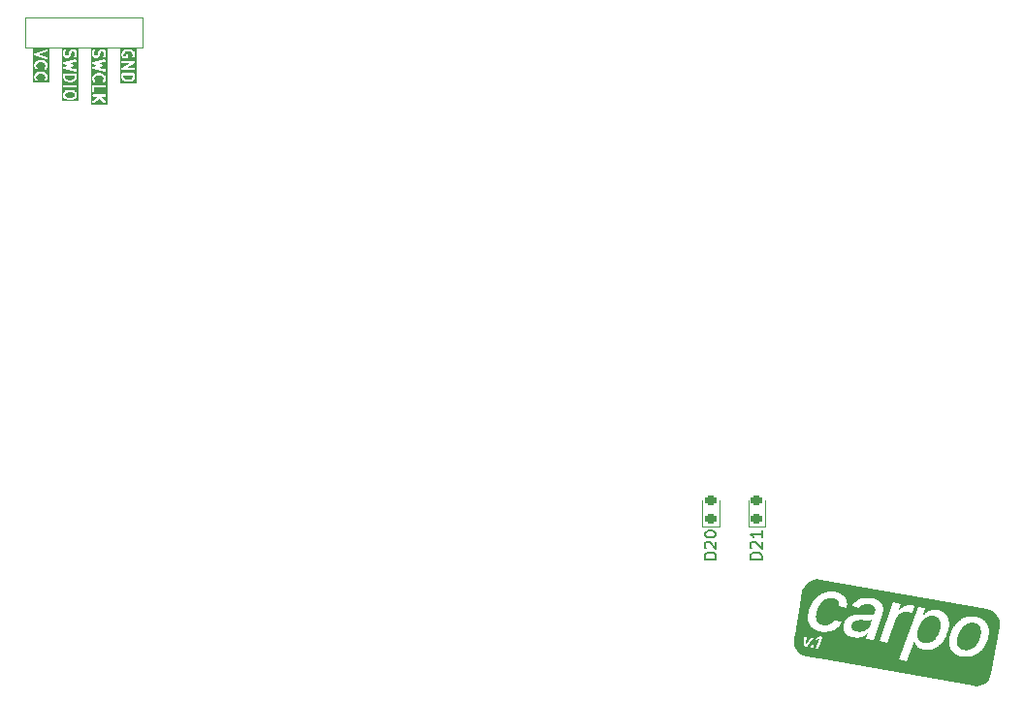
<source format=gto>
G04 #@! TF.GenerationSoftware,KiCad,Pcbnew,8.0.4*
G04 #@! TF.CreationDate,2024-10-20T02:46:56-03:00*
G04 #@! TF.ProjectId,carpo_right,63617270-6f5f-4726-9967-68742e6b6963,rev?*
G04 #@! TF.SameCoordinates,PX7b6f01cPY41b54a0*
G04 #@! TF.FileFunction,Legend,Top*
G04 #@! TF.FilePolarity,Positive*
%FSLAX46Y46*%
G04 Gerber Fmt 4.6, Leading zero omitted, Abs format (unit mm)*
G04 Created by KiCad (PCBNEW 8.0.4) date 2024-10-20 02:46:56*
%MOMM*%
%LPD*%
G01*
G04 APERTURE LIST*
G04 Aperture macros list*
%AMRoundRect*
0 Rectangle with rounded corners*
0 $1 Rounding radius*
0 $2 $3 $4 $5 $6 $7 $8 $9 X,Y pos of 4 corners*
0 Add a 4 corners polygon primitive as box body*
4,1,4,$2,$3,$4,$5,$6,$7,$8,$9,$2,$3,0*
0 Add four circle primitives for the rounded corners*
1,1,$1+$1,$2,$3*
1,1,$1+$1,$4,$5*
1,1,$1+$1,$6,$7*
1,1,$1+$1,$8,$9*
0 Add four rect primitives between the rounded corners*
20,1,$1+$1,$2,$3,$4,$5,0*
20,1,$1+$1,$4,$5,$6,$7,0*
20,1,$1+$1,$6,$7,$8,$9,0*
20,1,$1+$1,$8,$9,$2,$3,0*%
G04 Aperture macros list end*
%ADD10C,0.000000*%
%ADD11C,0.200000*%
%ADD12C,0.150000*%
%ADD13C,0.120000*%
%ADD14RoundRect,0.218750X0.256250X-0.218750X0.256250X0.218750X-0.256250X0.218750X-0.256250X-0.218750X0*%
%ADD15R,1.700000X1.700000*%
%ADD16O,1.700000X1.700000*%
%ADD17C,4.300000*%
%ADD18C,1.700000*%
%ADD19C,3.400000*%
%ADD20C,0.750000*%
%ADD21C,0.900000*%
%ADD22O,1.000000X1.800000*%
%ADD23O,1.000000X2.200000*%
G04 APERTURE END LIST*
D10*
G36*
X50058710Y-47655988D02*
G01*
X50112951Y-47661250D01*
X50167829Y-47669483D01*
X50223502Y-47680849D01*
X50276366Y-47694774D01*
X50326444Y-47711200D01*
X50373761Y-47730063D01*
X50418338Y-47751302D01*
X50460200Y-47774858D01*
X50499371Y-47800668D01*
X50535873Y-47828673D01*
X50569731Y-47858811D01*
X50600968Y-47891020D01*
X50629606Y-47925240D01*
X50655670Y-47961411D01*
X50679185Y-47999470D01*
X50700172Y-48039356D01*
X50718656Y-48081010D01*
X50734660Y-48124370D01*
X50748208Y-48169375D01*
X50759322Y-48215963D01*
X50768026Y-48264074D01*
X50774345Y-48313647D01*
X50778302Y-48364621D01*
X50779920Y-48416935D01*
X50779222Y-48470527D01*
X50776233Y-48525337D01*
X50770976Y-48581304D01*
X50763473Y-48638367D01*
X50753750Y-48696465D01*
X50741828Y-48755536D01*
X50727733Y-48815520D01*
X50711486Y-48876356D01*
X50693113Y-48937983D01*
X50672636Y-49000339D01*
X50624416Y-49124049D01*
X50570615Y-49242246D01*
X50511422Y-49354410D01*
X50447029Y-49460025D01*
X50377625Y-49558571D01*
X50303403Y-49649529D01*
X50224551Y-49732383D01*
X50141261Y-49806612D01*
X50098010Y-49840330D01*
X50053721Y-49871699D01*
X50008419Y-49900652D01*
X49962125Y-49927124D01*
X49914865Y-49951052D01*
X49866662Y-49972372D01*
X49817540Y-49991016D01*
X49767523Y-50006920D01*
X49716633Y-50020021D01*
X49664896Y-50030254D01*
X49612336Y-50037553D01*
X49558974Y-50041852D01*
X49504837Y-50043089D01*
X49449948Y-50041198D01*
X49394329Y-50036114D01*
X49338006Y-50027772D01*
X49284918Y-50016921D01*
X49234319Y-50003560D01*
X49186205Y-49987740D01*
X49140570Y-49969508D01*
X49097411Y-49948913D01*
X49056721Y-49926007D01*
X49018499Y-49900835D01*
X48982736Y-49873449D01*
X48949429Y-49843896D01*
X48918573Y-49812226D01*
X48890164Y-49778488D01*
X48864197Y-49742731D01*
X48840667Y-49705003D01*
X48819569Y-49665355D01*
X48800899Y-49623834D01*
X48784650Y-49580490D01*
X48770820Y-49535372D01*
X48759403Y-49488528D01*
X48750394Y-49440008D01*
X48743789Y-49389861D01*
X48739583Y-49338136D01*
X48737770Y-49284881D01*
X48738347Y-49230147D01*
X48741308Y-49173981D01*
X48746650Y-49116433D01*
X48754366Y-49057551D01*
X48764452Y-48997386D01*
X48776904Y-48935984D01*
X48791716Y-48873396D01*
X48808885Y-48809673D01*
X48828404Y-48744859D01*
X48850270Y-48679007D01*
X48898964Y-48550628D01*
X48953062Y-48429446D01*
X49012368Y-48315784D01*
X49076686Y-48209965D01*
X49145820Y-48112311D01*
X49219572Y-48023148D01*
X49297746Y-47942797D01*
X49380144Y-47871580D01*
X49422866Y-47839498D01*
X49466571Y-47809822D01*
X49511234Y-47782591D01*
X49556829Y-47757845D01*
X49603333Y-47735625D01*
X49650722Y-47715972D01*
X49698971Y-47698927D01*
X49748054Y-47684527D01*
X49797948Y-47672816D01*
X49848626Y-47663833D01*
X49900067Y-47657618D01*
X49952244Y-47654212D01*
X50005135Y-47653655D01*
X50058710Y-47655988D01*
G37*
G36*
X40248310Y-44491835D02*
G01*
X54833275Y-47063558D01*
X55093269Y-47137061D01*
X55328074Y-47258044D01*
X55530712Y-47419176D01*
X55696726Y-47613761D01*
X55822843Y-47836404D01*
X55904904Y-48081840D01*
X55938296Y-48343843D01*
X55918387Y-48613380D01*
X55196640Y-52706611D01*
X55123170Y-52966654D01*
X55002181Y-53201435D01*
X54841116Y-53404051D01*
X54646466Y-53570085D01*
X54423911Y-53696156D01*
X54178375Y-53778311D01*
X53916361Y-53811643D01*
X53646907Y-53791789D01*
X40676050Y-51504677D01*
X47149798Y-51504677D01*
X47824142Y-51623582D01*
X48454996Y-49839494D01*
X48495545Y-49846644D01*
X48518524Y-49943012D01*
X48533841Y-49995760D01*
X48552604Y-50050601D01*
X48575485Y-50106823D01*
X48603153Y-50163711D01*
X48618991Y-50192181D01*
X48636280Y-50220553D01*
X48655099Y-50248734D01*
X48675535Y-50276635D01*
X48697671Y-50304169D01*
X48721591Y-50331246D01*
X48747379Y-50357777D01*
X48775118Y-50383673D01*
X48804893Y-50408844D01*
X48836787Y-50433202D01*
X48870884Y-50456657D01*
X48907267Y-50479120D01*
X48946021Y-50500503D01*
X48987231Y-50520715D01*
X49030979Y-50539668D01*
X49077348Y-50557274D01*
X49126425Y-50573442D01*
X49178291Y-50588083D01*
X49233032Y-50601109D01*
X49290729Y-50612430D01*
X49369376Y-50624275D01*
X49447946Y-50632087D01*
X49526355Y-50635895D01*
X49604520Y-50635725D01*
X49682356Y-50631607D01*
X49759779Y-50623565D01*
X49836704Y-50611627D01*
X49913050Y-50595823D01*
X49988730Y-50576177D01*
X50063661Y-50552718D01*
X50137759Y-50525473D01*
X50210941Y-50494471D01*
X50283121Y-50459736D01*
X50354216Y-50421298D01*
X50424142Y-50379184D01*
X50492815Y-50333420D01*
X50560152Y-50284035D01*
X50626067Y-50231055D01*
X50690477Y-50174508D01*
X50753297Y-50114420D01*
X50814445Y-50050821D01*
X50873837Y-49983737D01*
X50931385Y-49913195D01*
X50942220Y-49898786D01*
X51506454Y-49898786D01*
X51508758Y-49983335D01*
X51515267Y-50065831D01*
X51525951Y-50146198D01*
X51540777Y-50224361D01*
X51559718Y-50300245D01*
X51582740Y-50373774D01*
X51609815Y-50444873D01*
X51640913Y-50513467D01*
X51676000Y-50579480D01*
X51715048Y-50642838D01*
X51758025Y-50703465D01*
X51804901Y-50761288D01*
X51855646Y-50816228D01*
X51910229Y-50868212D01*
X51968620Y-50917164D01*
X52030787Y-50963011D01*
X52096700Y-51005675D01*
X52166329Y-51045082D01*
X52239643Y-51081155D01*
X52316610Y-51113822D01*
X52397202Y-51143006D01*
X52481387Y-51168632D01*
X52569135Y-51190624D01*
X52660415Y-51208909D01*
X52750194Y-51222637D01*
X52839339Y-51232095D01*
X52927775Y-51237332D01*
X53015426Y-51238400D01*
X53102219Y-51235349D01*
X53188077Y-51228231D01*
X53272925Y-51217097D01*
X53356690Y-51201998D01*
X53439296Y-51182984D01*
X53520666Y-51160107D01*
X53600728Y-51133419D01*
X53679406Y-51102970D01*
X53756624Y-51068811D01*
X53832306Y-51030994D01*
X53906380Y-50989568D01*
X53978770Y-50944586D01*
X54049401Y-50896098D01*
X54118196Y-50844156D01*
X54185082Y-50788811D01*
X54249984Y-50730113D01*
X54312826Y-50668114D01*
X54373533Y-50602865D01*
X54432031Y-50534417D01*
X54488245Y-50462820D01*
X54542099Y-50388127D01*
X54593519Y-50310388D01*
X54642428Y-50229655D01*
X54688753Y-50145977D01*
X54732418Y-50059406D01*
X54773349Y-49969994D01*
X54811470Y-49877792D01*
X54846706Y-49782850D01*
X54879040Y-49683925D01*
X54906918Y-49586490D01*
X54930374Y-49490620D01*
X54949440Y-49396390D01*
X54964146Y-49303874D01*
X54974525Y-49213145D01*
X54980610Y-49124276D01*
X54982432Y-49037345D01*
X54980023Y-48952423D01*
X54973415Y-48869585D01*
X54962641Y-48788907D01*
X54947731Y-48710460D01*
X54928719Y-48634321D01*
X54905637Y-48560562D01*
X54878516Y-48489259D01*
X54847388Y-48420485D01*
X54812286Y-48354315D01*
X54773240Y-48290823D01*
X54730285Y-48230083D01*
X54683450Y-48172168D01*
X54632769Y-48117154D01*
X54578274Y-48065115D01*
X54519995Y-48016124D01*
X54457967Y-47970256D01*
X54392220Y-47927586D01*
X54322787Y-47888186D01*
X54249698Y-47852132D01*
X54172987Y-47819497D01*
X54092687Y-47790358D01*
X54008827Y-47764785D01*
X53921441Y-47742854D01*
X53830561Y-47724641D01*
X53740367Y-47710839D01*
X53650836Y-47701315D01*
X53562039Y-47696018D01*
X53474052Y-47694900D01*
X53386951Y-47697908D01*
X53300810Y-47704996D01*
X53215703Y-47716112D01*
X53131705Y-47731206D01*
X53048892Y-47750229D01*
X52967337Y-47773131D01*
X52887117Y-47799862D01*
X52808305Y-47830372D01*
X52730977Y-47864611D01*
X52655206Y-47902531D01*
X52581069Y-47944079D01*
X52508640Y-47989208D01*
X52437993Y-48037867D01*
X52369205Y-48090006D01*
X52302347Y-48145576D01*
X52237497Y-48204526D01*
X52174729Y-48266807D01*
X52114118Y-48332369D01*
X52055738Y-48401162D01*
X51999665Y-48473136D01*
X51945972Y-48548242D01*
X51894735Y-48626429D01*
X51846029Y-48707648D01*
X51799928Y-48791850D01*
X51756508Y-48878983D01*
X51715843Y-48968999D01*
X51678007Y-49061848D01*
X51643077Y-49157478D01*
X51610639Y-49255750D01*
X51582651Y-49352570D01*
X51559082Y-49447863D01*
X51539901Y-49541554D01*
X51525079Y-49633566D01*
X51514584Y-49723825D01*
X51508386Y-49812257D01*
X51506454Y-49898786D01*
X50942220Y-49898786D01*
X50987011Y-49839222D01*
X51040625Y-49761847D01*
X51092148Y-49681095D01*
X51141493Y-49596996D01*
X51188576Y-49509575D01*
X51202174Y-49482003D01*
X51233315Y-49418860D01*
X51275623Y-49324879D01*
X51315420Y-49227660D01*
X51352618Y-49127229D01*
X51386269Y-49025990D01*
X51415457Y-48926796D01*
X51440243Y-48829693D01*
X51460686Y-48734732D01*
X51476843Y-48641957D01*
X51488776Y-48551419D01*
X51496544Y-48463164D01*
X51500205Y-48377241D01*
X51499818Y-48293698D01*
X51495443Y-48212581D01*
X51487140Y-48133940D01*
X51474968Y-48057823D01*
X51458984Y-47984277D01*
X51439250Y-47913350D01*
X51415824Y-47845090D01*
X51388764Y-47779545D01*
X51358133Y-47716763D01*
X51323987Y-47656792D01*
X51286387Y-47599679D01*
X51245390Y-47545473D01*
X51201058Y-47494221D01*
X51153448Y-47445973D01*
X51102620Y-47400774D01*
X51048635Y-47358674D01*
X50991549Y-47319721D01*
X50931424Y-47283961D01*
X50868318Y-47251443D01*
X50802290Y-47222216D01*
X50733399Y-47196326D01*
X50661707Y-47173822D01*
X50587269Y-47154751D01*
X50510147Y-47139163D01*
X50450682Y-47129844D01*
X50392804Y-47123070D01*
X50336494Y-47118727D01*
X50281735Y-47116705D01*
X50228511Y-47116895D01*
X50176802Y-47119184D01*
X50126591Y-47123462D01*
X50077862Y-47129617D01*
X49984776Y-47147119D01*
X49897405Y-47170803D01*
X49815607Y-47199782D01*
X49739243Y-47233170D01*
X49668170Y-47270081D01*
X49602252Y-47309627D01*
X49541345Y-47350922D01*
X49485310Y-47393080D01*
X49434007Y-47435214D01*
X49387296Y-47476437D01*
X49307087Y-47552605D01*
X49250677Y-47542658D01*
X49442198Y-46997362D01*
X48783621Y-46881237D01*
X47149798Y-51504677D01*
X40676050Y-51504677D01*
X39061941Y-51220066D01*
X38801852Y-51146547D01*
X38567039Y-51025611D01*
X38364503Y-50864449D01*
X38198399Y-50669847D01*
X38072369Y-50447268D01*
X37990221Y-50201767D01*
X37956833Y-49939765D01*
X37976727Y-49670276D01*
X38008575Y-49489657D01*
X38839470Y-49489657D01*
X38844778Y-50315882D01*
X39094923Y-50359990D01*
X39114458Y-50334349D01*
X39418568Y-50334349D01*
X39418799Y-50340517D01*
X39419333Y-50346611D01*
X39420165Y-50352618D01*
X39421292Y-50358532D01*
X39422708Y-50364343D01*
X39424408Y-50370043D01*
X39426386Y-50375622D01*
X39428639Y-50381073D01*
X39431160Y-50386385D01*
X39433945Y-50391550D01*
X39436989Y-50396559D01*
X39440287Y-50401405D01*
X39443834Y-50406077D01*
X39447625Y-50410565D01*
X39451655Y-50414863D01*
X39455919Y-50418962D01*
X39460412Y-50422851D01*
X39465129Y-50426523D01*
X39470064Y-50429968D01*
X39475214Y-50433178D01*
X39480573Y-50436143D01*
X39486135Y-50438856D01*
X39491897Y-50441307D01*
X39497853Y-50443486D01*
X39503998Y-50445387D01*
X39510327Y-50446999D01*
X39516834Y-50448314D01*
X39522963Y-50449227D01*
X39529126Y-50449818D01*
X39535310Y-50450091D01*
X39541506Y-50450054D01*
X39547701Y-50449712D01*
X39553882Y-50449069D01*
X39560040Y-50448135D01*
X39566162Y-50446913D01*
X39572237Y-50445409D01*
X39578253Y-50443630D01*
X39584199Y-50441581D01*
X39590063Y-50439268D01*
X39595833Y-50436698D01*
X39601497Y-50433877D01*
X39607046Y-50430809D01*
X39612465Y-50427501D01*
X39617746Y-50423959D01*
X39622874Y-50420189D01*
X39627841Y-50416198D01*
X39632631Y-50411989D01*
X39637237Y-50407570D01*
X39641643Y-50402947D01*
X39645841Y-50398126D01*
X39649818Y-50393112D01*
X39653563Y-50387912D01*
X39657064Y-50382530D01*
X39660309Y-50376974D01*
X39663287Y-50371249D01*
X39665986Y-50365361D01*
X39668395Y-50359317D01*
X39670502Y-50353121D01*
X39672295Y-50346780D01*
X39673774Y-50340532D01*
X39674898Y-50334306D01*
X39675675Y-50328111D01*
X39676113Y-50321954D01*
X39676218Y-50315848D01*
X39675998Y-50309800D01*
X39675459Y-50303820D01*
X39674609Y-50297917D01*
X39673455Y-50292100D01*
X39672004Y-50286379D01*
X39670263Y-50280763D01*
X39668240Y-50275262D01*
X39665941Y-50269884D01*
X39663372Y-50264639D01*
X39660543Y-50259537D01*
X39657459Y-50254586D01*
X39654128Y-50249797D01*
X39650557Y-50245177D01*
X39646753Y-50240737D01*
X39642724Y-50236487D01*
X39638476Y-50232434D01*
X39634015Y-50228590D01*
X39629350Y-50224962D01*
X39624488Y-50221560D01*
X39619435Y-50218393D01*
X39614200Y-50215473D01*
X39608788Y-50212805D01*
X39603208Y-50210402D01*
X39597465Y-50208271D01*
X39591568Y-50206423D01*
X39585523Y-50204866D01*
X39579337Y-50203610D01*
X39572840Y-50202626D01*
X39566344Y-50201963D01*
X39559857Y-50201615D01*
X39553391Y-50201573D01*
X39546954Y-50201835D01*
X39540558Y-50202394D01*
X39534214Y-50203246D01*
X39527930Y-50204382D01*
X39521718Y-50205798D01*
X39515588Y-50207490D01*
X39509550Y-50209449D01*
X39503614Y-50211673D01*
X39497790Y-50214153D01*
X39492089Y-50216885D01*
X39486521Y-50219863D01*
X39481096Y-50223082D01*
X39475826Y-50226536D01*
X39470717Y-50230219D01*
X39465784Y-50234126D01*
X39461035Y-50238250D01*
X39456481Y-50242587D01*
X39452131Y-50247130D01*
X39447996Y-50251874D01*
X39444086Y-50256813D01*
X39440412Y-50261942D01*
X39436984Y-50267254D01*
X39433811Y-50272745D01*
X39430906Y-50278407D01*
X39428277Y-50284237D01*
X39425933Y-50290229D01*
X39423888Y-50296375D01*
X39422150Y-50302672D01*
X39420786Y-50309089D01*
X39419751Y-50315474D01*
X39419039Y-50321818D01*
X39418647Y-50328113D01*
X39418568Y-50334349D01*
X39114458Y-50334349D01*
X39167702Y-50264463D01*
X39543296Y-49771477D01*
X39849655Y-49771477D01*
X40146584Y-49665902D01*
X40152873Y-49667011D01*
X39860755Y-50495027D01*
X40086391Y-50534812D01*
X40177893Y-50275343D01*
X40321594Y-49867856D01*
X45463543Y-49867856D01*
X46137887Y-49986761D01*
X46858299Y-47932425D01*
X46874270Y-47891806D01*
X46891935Y-47852286D01*
X46911243Y-47813897D01*
X46932142Y-47776663D01*
X46954581Y-47740617D01*
X46978508Y-47705786D01*
X47003873Y-47672199D01*
X47030621Y-47639884D01*
X47058705Y-47608871D01*
X47088071Y-47579189D01*
X47118668Y-47550865D01*
X47150444Y-47523930D01*
X47183348Y-47498412D01*
X47217329Y-47474339D01*
X47252334Y-47451741D01*
X47288314Y-47430646D01*
X47325216Y-47411083D01*
X47362988Y-47393081D01*
X47401579Y-47376668D01*
X47440937Y-47361875D01*
X47481012Y-47348728D01*
X47521751Y-47337257D01*
X47563104Y-47327492D01*
X47605019Y-47319460D01*
X47647443Y-47313190D01*
X47690326Y-47308712D01*
X47733616Y-47306054D01*
X47777263Y-47305245D01*
X47821214Y-47306313D01*
X47865417Y-47309288D01*
X47909822Y-47314198D01*
X47954376Y-47321074D01*
X48007893Y-47331639D01*
X48060955Y-47344112D01*
X48112259Y-47357853D01*
X48160506Y-47372227D01*
X48204393Y-47386596D01*
X48242619Y-47400322D01*
X48273883Y-47412770D01*
X48296883Y-47423299D01*
X48518876Y-46797348D01*
X48505519Y-46792507D01*
X48490894Y-46787702D01*
X48458445Y-46778252D01*
X48422734Y-46769100D01*
X48384967Y-46760351D01*
X48346348Y-46752107D01*
X48308084Y-46744470D01*
X48237438Y-46731435D01*
X48161078Y-46720728D01*
X48084436Y-46715399D01*
X48007815Y-46715367D01*
X47931513Y-46720552D01*
X47855831Y-46730876D01*
X47781070Y-46746258D01*
X47707530Y-46766616D01*
X47635510Y-46791873D01*
X47565313Y-46821948D01*
X47497237Y-46856761D01*
X47431585Y-46896233D01*
X47368654Y-46940282D01*
X47308747Y-46988831D01*
X47252164Y-47041797D01*
X47199204Y-47099103D01*
X47150169Y-47160667D01*
X47114082Y-47154304D01*
X47303618Y-46620273D01*
X46651785Y-46505337D01*
X45463543Y-49867856D01*
X40321594Y-49867856D01*
X40451716Y-49498877D01*
X40239568Y-49461470D01*
X39918291Y-49577270D01*
X39849655Y-49771477D01*
X39543296Y-49771477D01*
X39579578Y-49723855D01*
X39649225Y-49632439D01*
X39405920Y-49589538D01*
X39043859Y-50116181D01*
X39035473Y-50114702D01*
X39065649Y-49529539D01*
X38839470Y-49489657D01*
X38008575Y-49489657D01*
X38033629Y-49347566D01*
X38318599Y-47731421D01*
X39175750Y-47731421D01*
X39177230Y-47814099D01*
X39182798Y-47894926D01*
X39192441Y-47973814D01*
X39206148Y-48050680D01*
X39223905Y-48125437D01*
X39245702Y-48198003D01*
X39271525Y-48268290D01*
X39301361Y-48336213D01*
X39335201Y-48401687D01*
X39373030Y-48464628D01*
X39414837Y-48524949D01*
X39460609Y-48582566D01*
X39510335Y-48637394D01*
X39564000Y-48689347D01*
X39621596Y-48738341D01*
X39683107Y-48784289D01*
X39748523Y-48827107D01*
X39817831Y-48866710D01*
X39891018Y-48903011D01*
X39968073Y-48935928D01*
X40048984Y-48965373D01*
X40133737Y-48991262D01*
X40222321Y-49013509D01*
X40314725Y-49032030D01*
X40390903Y-49043987D01*
X40466314Y-49052896D01*
X40540910Y-49058808D01*
X40614643Y-49061772D01*
X40759338Y-49059058D01*
X40900026Y-49045157D01*
X41036333Y-49020468D01*
X41167884Y-48985391D01*
X41294309Y-48940329D01*
X41415232Y-48885682D01*
X41530281Y-48821851D01*
X41639082Y-48749237D01*
X41741260Y-48668241D01*
X41754294Y-48656057D01*
X42271379Y-48656057D01*
X42271897Y-48709606D01*
X42275581Y-48761789D01*
X42282367Y-48812581D01*
X42292195Y-48861956D01*
X42304999Y-48909890D01*
X42320721Y-48956357D01*
X42339295Y-49001334D01*
X42360661Y-49044794D01*
X42384755Y-49086712D01*
X42411516Y-49127064D01*
X42440879Y-49165824D01*
X42472784Y-49202967D01*
X42507168Y-49238470D01*
X42543969Y-49272304D01*
X42583123Y-49304447D01*
X42624570Y-49334873D01*
X42668244Y-49363557D01*
X42714087Y-49390474D01*
X42762033Y-49415599D01*
X42812021Y-49438907D01*
X42863989Y-49460373D01*
X42917874Y-49479971D01*
X42973613Y-49497677D01*
X43031145Y-49513466D01*
X43090406Y-49527312D01*
X43151335Y-49539191D01*
X43256950Y-49554379D01*
X43358935Y-49562384D01*
X43457212Y-49563679D01*
X43551704Y-49558738D01*
X43642336Y-49548033D01*
X43729029Y-49532039D01*
X43811708Y-49511229D01*
X43890296Y-49486077D01*
X43964715Y-49457055D01*
X44034889Y-49424638D01*
X44100741Y-49389299D01*
X44162196Y-49351511D01*
X44219175Y-49311750D01*
X44271602Y-49270486D01*
X44319401Y-49228194D01*
X44362493Y-49185348D01*
X44389559Y-49190121D01*
X44224847Y-49649441D01*
X44883422Y-49765565D01*
X45670259Y-47532232D01*
X45699486Y-47442350D01*
X45722700Y-47356171D01*
X45740128Y-47273623D01*
X45751993Y-47194627D01*
X45758525Y-47119112D01*
X45759949Y-47047002D01*
X45756490Y-46978221D01*
X45748374Y-46912695D01*
X45735828Y-46850350D01*
X45719078Y-46791113D01*
X45698349Y-46734905D01*
X45673868Y-46681654D01*
X45645861Y-46631286D01*
X45614554Y-46583725D01*
X45580172Y-46538896D01*
X45542944Y-46496725D01*
X45503093Y-46457138D01*
X45460845Y-46420058D01*
X45416429Y-46385413D01*
X45370068Y-46353126D01*
X45321990Y-46323125D01*
X45272420Y-46295333D01*
X45169711Y-46246078D01*
X45063747Y-46204766D01*
X44956337Y-46170798D01*
X44849292Y-46143579D01*
X44744417Y-46122509D01*
X44626408Y-46104785D01*
X44507764Y-46093243D01*
X44388894Y-46088148D01*
X44270208Y-46089762D01*
X44152118Y-46098349D01*
X44035033Y-46114171D01*
X43919364Y-46137492D01*
X43805520Y-46168575D01*
X43693912Y-46207683D01*
X43584952Y-46255079D01*
X43479048Y-46311027D01*
X43376609Y-46375790D01*
X43278050Y-46449630D01*
X43183777Y-46532811D01*
X43138377Y-46577987D01*
X43094203Y-46625596D01*
X43051305Y-46675673D01*
X43009736Y-46728250D01*
X43588735Y-46979170D01*
X43625825Y-46938344D01*
X43666644Y-46898738D01*
X43711101Y-46860682D01*
X43759104Y-46824502D01*
X43810562Y-46790526D01*
X43837557Y-46774466D01*
X43865382Y-46759081D01*
X43894024Y-46744411D01*
X43923471Y-46730496D01*
X43953715Y-46717379D01*
X43984740Y-46705099D01*
X44016537Y-46693698D01*
X44049095Y-46683216D01*
X44082401Y-46673695D01*
X44116445Y-46665176D01*
X44151214Y-46657700D01*
X44186697Y-46651307D01*
X44222883Y-46646038D01*
X44259761Y-46641936D01*
X44297317Y-46639039D01*
X44335542Y-46637391D01*
X44374424Y-46637030D01*
X44413952Y-46638000D01*
X44454113Y-46640339D01*
X44494896Y-46644090D01*
X44536290Y-46649293D01*
X44578283Y-46655990D01*
X44617996Y-46663685D01*
X44655946Y-46672446D01*
X44692139Y-46682261D01*
X44726583Y-46693117D01*
X44759286Y-46705005D01*
X44790253Y-46717909D01*
X44819494Y-46731820D01*
X44847015Y-46746725D01*
X44872822Y-46762612D01*
X44896924Y-46779470D01*
X44919328Y-46797286D01*
X44940040Y-46816048D01*
X44959068Y-46835746D01*
X44976419Y-46856365D01*
X44992101Y-46877894D01*
X45006120Y-46900323D01*
X45018483Y-46923638D01*
X45029199Y-46947829D01*
X45038274Y-46972881D01*
X45045716Y-46998785D01*
X45051530Y-47025528D01*
X45055727Y-47053097D01*
X45058311Y-47081482D01*
X45059290Y-47110670D01*
X45058671Y-47140649D01*
X45056463Y-47171407D01*
X45052672Y-47202933D01*
X45047303Y-47235214D01*
X45040367Y-47268239D01*
X45031870Y-47301995D01*
X45021817Y-47336470D01*
X45010218Y-47371653D01*
X45007432Y-47387452D01*
X44998919Y-47408553D01*
X44989363Y-47428060D01*
X44978724Y-47446024D01*
X44966962Y-47462500D01*
X44954040Y-47477543D01*
X44939918Y-47491204D01*
X44924556Y-47503538D01*
X44907914Y-47514598D01*
X44889956Y-47524438D01*
X44870639Y-47533111D01*
X44849927Y-47540671D01*
X44827779Y-47547171D01*
X44804156Y-47552665D01*
X44779019Y-47557206D01*
X44752328Y-47560849D01*
X44724045Y-47563646D01*
X44694130Y-47565651D01*
X44662545Y-47566917D01*
X44629249Y-47567499D01*
X44594204Y-47567450D01*
X44518708Y-47565671D01*
X44435743Y-47562010D01*
X44022928Y-47537105D01*
X43894370Y-47530566D01*
X43765465Y-47527086D01*
X43636952Y-47527571D01*
X43509569Y-47532929D01*
X43384058Y-47544066D01*
X43261154Y-47561890D01*
X43141600Y-47587309D01*
X43026133Y-47621228D01*
X42915493Y-47664556D01*
X42862214Y-47690031D01*
X42810418Y-47718199D01*
X42760199Y-47749172D01*
X42711648Y-47783064D01*
X42664859Y-47819988D01*
X42619923Y-47860059D01*
X42576933Y-47903388D01*
X42535980Y-47950090D01*
X42497159Y-48000278D01*
X42460560Y-48054066D01*
X42426276Y-48111567D01*
X42394401Y-48172893D01*
X42365025Y-48238159D01*
X42338242Y-48307477D01*
X42318456Y-48368697D01*
X42302211Y-48428701D01*
X42289443Y-48487463D01*
X42280089Y-48544961D01*
X42274089Y-48601167D01*
X42271379Y-48656057D01*
X41754294Y-48656057D01*
X41836444Y-48579264D01*
X41924258Y-48482704D01*
X41964773Y-48430215D01*
X42004331Y-48378967D01*
X42076289Y-48268450D01*
X42139757Y-48151556D01*
X41481175Y-48035430D01*
X41460588Y-48067525D01*
X41439140Y-48098531D01*
X41416853Y-48128436D01*
X41393755Y-48157233D01*
X41369866Y-48184913D01*
X41345214Y-48211469D01*
X41319820Y-48236889D01*
X41293708Y-48261168D01*
X41266905Y-48284296D01*
X41239432Y-48306264D01*
X41211314Y-48327065D01*
X41182576Y-48346687D01*
X41153242Y-48365127D01*
X41123335Y-48382371D01*
X41092880Y-48398415D01*
X41061900Y-48413246D01*
X41030421Y-48426860D01*
X40998465Y-48439245D01*
X40966057Y-48450395D01*
X40933221Y-48460298D01*
X40899981Y-48468950D01*
X40866362Y-48476339D01*
X40832387Y-48482458D01*
X40798079Y-48487297D01*
X40763466Y-48490850D01*
X40728568Y-48493106D01*
X40693410Y-48494058D01*
X40658017Y-48493697D01*
X40622413Y-48492015D01*
X40586622Y-48489002D01*
X40550667Y-48484650D01*
X40514574Y-48478951D01*
X40461946Y-48468240D01*
X40411481Y-48455073D01*
X40363196Y-48439487D01*
X40317111Y-48421526D01*
X40273244Y-48401229D01*
X40231616Y-48378636D01*
X40192244Y-48353789D01*
X40155147Y-48326727D01*
X40120345Y-48297490D01*
X40087855Y-48266120D01*
X40057698Y-48232656D01*
X40029891Y-48197139D01*
X40004455Y-48159610D01*
X39981406Y-48120107D01*
X39960765Y-48078673D01*
X39942550Y-48035347D01*
X39926781Y-47990171D01*
X39913476Y-47943183D01*
X39902654Y-47894425D01*
X39894333Y-47843937D01*
X39888533Y-47791760D01*
X39885272Y-47737934D01*
X39884571Y-47682499D01*
X39886446Y-47625494D01*
X39890918Y-47566962D01*
X39898005Y-47506943D01*
X39907725Y-47445476D01*
X39920099Y-47382603D01*
X39935144Y-47318362D01*
X39952880Y-47252797D01*
X39973325Y-47185945D01*
X39996498Y-47117848D01*
X40046352Y-46986556D01*
X40102614Y-46863333D01*
X40164901Y-46748401D01*
X40232829Y-46641982D01*
X40306017Y-46544299D01*
X40384079Y-46455572D01*
X40466633Y-46376025D01*
X40509475Y-46339763D01*
X40553297Y-46305879D01*
X40598050Y-46274400D01*
X40643687Y-46245355D01*
X40690159Y-46218771D01*
X40737420Y-46194677D01*
X40785420Y-46173099D01*
X40834112Y-46154065D01*
X40883449Y-46137604D01*
X40933382Y-46123743D01*
X40983863Y-46112509D01*
X41034845Y-46103932D01*
X41086280Y-46098037D01*
X41138120Y-46094853D01*
X41190315Y-46094407D01*
X41242821Y-46096729D01*
X41295587Y-46101844D01*
X41348567Y-46109782D01*
X41387993Y-46117545D01*
X41425918Y-46126637D01*
X41462353Y-46137019D01*
X41497305Y-46148652D01*
X41530782Y-46161498D01*
X41562793Y-46175515D01*
X41593348Y-46190665D01*
X41622455Y-46206909D01*
X41650121Y-46224207D01*
X41676357Y-46242520D01*
X41701170Y-46261808D01*
X41724571Y-46282033D01*
X41746565Y-46303154D01*
X41767164Y-46325133D01*
X41786374Y-46347930D01*
X41804206Y-46371506D01*
X41820667Y-46395821D01*
X41835765Y-46420835D01*
X41849512Y-46446511D01*
X41861913Y-46472808D01*
X41872978Y-46499687D01*
X41882716Y-46527109D01*
X41891135Y-46555034D01*
X41898245Y-46583423D01*
X41904052Y-46612236D01*
X41908568Y-46641435D01*
X41913755Y-46700830D01*
X41913875Y-46761293D01*
X41908997Y-46822511D01*
X42565299Y-46938235D01*
X42578991Y-46873780D01*
X42589371Y-46810202D01*
X42596473Y-46747549D01*
X42600332Y-46685874D01*
X42600987Y-46625222D01*
X42598467Y-46565646D01*
X42592813Y-46507194D01*
X42584055Y-46449916D01*
X42572231Y-46393862D01*
X42557375Y-46339083D01*
X42539523Y-46285625D01*
X42518710Y-46233541D01*
X42494970Y-46182878D01*
X42468338Y-46133688D01*
X42438851Y-46086019D01*
X42406542Y-46039921D01*
X42371447Y-45995444D01*
X42333601Y-45952638D01*
X42293040Y-45911551D01*
X42249797Y-45872234D01*
X42203908Y-45834736D01*
X42155409Y-45799108D01*
X42104334Y-45765396D01*
X42050719Y-45733654D01*
X41994598Y-45703930D01*
X41936006Y-45676272D01*
X41874979Y-45650732D01*
X41811552Y-45627358D01*
X41745760Y-45606201D01*
X41677637Y-45587309D01*
X41607219Y-45570733D01*
X41534542Y-45556522D01*
X41443052Y-45542597D01*
X41352178Y-45533145D01*
X41262002Y-45528104D01*
X41172603Y-45527407D01*
X41084062Y-45530992D01*
X40996460Y-45538794D01*
X40909877Y-45550752D01*
X40824395Y-45566800D01*
X40740094Y-45586875D01*
X40657055Y-45610914D01*
X40575356Y-45638852D01*
X40495081Y-45670625D01*
X40416310Y-45706170D01*
X40339122Y-45745425D01*
X40263599Y-45788324D01*
X40189821Y-45834804D01*
X40117869Y-45884801D01*
X40047824Y-45938253D01*
X39979766Y-45995094D01*
X39913775Y-46055261D01*
X39849933Y-46118692D01*
X39788321Y-46185320D01*
X39729017Y-46255085D01*
X39672104Y-46327921D01*
X39617663Y-46403765D01*
X39565772Y-46482552D01*
X39516514Y-46564220D01*
X39469969Y-46648705D01*
X39426218Y-46735942D01*
X39385340Y-46825870D01*
X39347418Y-46918423D01*
X39312531Y-47013537D01*
X39280870Y-47107966D01*
X39253394Y-47201225D01*
X39230091Y-47293228D01*
X39210950Y-47383890D01*
X39195957Y-47473125D01*
X39185101Y-47560849D01*
X39178369Y-47646976D01*
X39175750Y-47731421D01*
X38318599Y-47731421D01*
X38404938Y-47241768D01*
X38698474Y-45577044D01*
X38771959Y-45316955D01*
X38892944Y-45082172D01*
X39054096Y-44879621D01*
X39248660Y-44713523D01*
X39471304Y-44587469D01*
X39716738Y-44505345D01*
X39978761Y-44471965D01*
X40248310Y-44491835D01*
G37*
G36*
X53572218Y-48267324D02*
G01*
X53632082Y-48272752D01*
X53692777Y-48281725D01*
X53749197Y-48293315D01*
X53802605Y-48307601D01*
X53853037Y-48324506D01*
X53900532Y-48343952D01*
X53945126Y-48365862D01*
X53986859Y-48390159D01*
X54025769Y-48416766D01*
X54061893Y-48445606D01*
X54095269Y-48476602D01*
X54125935Y-48509675D01*
X54153929Y-48544750D01*
X54179289Y-48581749D01*
X54202053Y-48620595D01*
X54222258Y-48661210D01*
X54239943Y-48703517D01*
X54255146Y-48747441D01*
X54267905Y-48792901D01*
X54278256Y-48839822D01*
X54286239Y-48888127D01*
X54291892Y-48937739D01*
X54295252Y-48988579D01*
X54296356Y-49040571D01*
X54295244Y-49093639D01*
X54291953Y-49147704D01*
X54286521Y-49202689D01*
X54278986Y-49258518D01*
X54269385Y-49315112D01*
X54257757Y-49372395D01*
X54244139Y-49430291D01*
X54228570Y-49488720D01*
X54211088Y-49547607D01*
X54191730Y-49606874D01*
X54144878Y-49728436D01*
X54091659Y-49845561D01*
X54032288Y-49957589D01*
X53966982Y-50063858D01*
X53895955Y-50163709D01*
X53819421Y-50256481D01*
X53737597Y-50341515D01*
X53650698Y-50418148D01*
X53605412Y-50453109D01*
X53558938Y-50485722D01*
X53511302Y-50515905D01*
X53462532Y-50543575D01*
X53412655Y-50568651D01*
X53361696Y-50591048D01*
X53309684Y-50610685D01*
X53256646Y-50627479D01*
X53202607Y-50641348D01*
X53147595Y-50652208D01*
X53091638Y-50659978D01*
X53034761Y-50664575D01*
X52976991Y-50665917D01*
X52918356Y-50663921D01*
X52858882Y-50658503D01*
X52798596Y-50649582D01*
X52741768Y-50637934D01*
X52687973Y-50623618D01*
X52637176Y-50606714D01*
X52589338Y-50587294D01*
X52544422Y-50565436D01*
X52502389Y-50541216D01*
X52463203Y-50514710D01*
X52426825Y-50485993D01*
X52393218Y-50455141D01*
X52362345Y-50422231D01*
X52334168Y-50387339D01*
X52308648Y-50350540D01*
X52285749Y-50311911D01*
X52265432Y-50271527D01*
X52247660Y-50229465D01*
X52232396Y-50185800D01*
X52219601Y-50140608D01*
X52209239Y-50093966D01*
X52201271Y-50045949D01*
X52195661Y-49996634D01*
X52192369Y-49946095D01*
X52191358Y-49894411D01*
X52192591Y-49841655D01*
X52196031Y-49787905D01*
X52201638Y-49733236D01*
X52209377Y-49677725D01*
X52219209Y-49621446D01*
X52231096Y-49564477D01*
X52245002Y-49506892D01*
X52260887Y-49448769D01*
X52278716Y-49390183D01*
X52298449Y-49331210D01*
X52344514Y-49209432D01*
X52397080Y-49091969D01*
X52455925Y-48979505D01*
X52520833Y-48872717D01*
X52591582Y-48772288D01*
X52667954Y-48678897D01*
X52749732Y-48593225D01*
X52836693Y-48515950D01*
X52882051Y-48480675D01*
X52928622Y-48447754D01*
X52976380Y-48417274D01*
X53025297Y-48389318D01*
X53075347Y-48363972D01*
X53126501Y-48341320D01*
X53178733Y-48321449D01*
X53232014Y-48304441D01*
X53286318Y-48290385D01*
X53341617Y-48279363D01*
X53397884Y-48271460D01*
X53455091Y-48266763D01*
X53513211Y-48265356D01*
X53572218Y-48267324D01*
G37*
G36*
X44636902Y-48433742D02*
G01*
X44622843Y-48470823D01*
X44606958Y-48507301D01*
X44589286Y-48543117D01*
X44569867Y-48578216D01*
X44548741Y-48612540D01*
X44525947Y-48646032D01*
X44501523Y-48678636D01*
X44475511Y-48710295D01*
X44447948Y-48740952D01*
X44418874Y-48770549D01*
X44388329Y-48799030D01*
X44356353Y-48826338D01*
X44322984Y-48852416D01*
X44288262Y-48877207D01*
X44252226Y-48900653D01*
X44214916Y-48922700D01*
X44176370Y-48943289D01*
X44136629Y-48962363D01*
X44095733Y-48979865D01*
X44053719Y-48995739D01*
X44010628Y-49009926D01*
X43966498Y-49022372D01*
X43921371Y-49033019D01*
X43875284Y-49041810D01*
X43828277Y-49048686D01*
X43780390Y-49053593D01*
X43731662Y-49056474D01*
X43682132Y-49057269D01*
X43631839Y-49055924D01*
X43580825Y-49052382D01*
X43529126Y-49046584D01*
X43476784Y-49038475D01*
X43407342Y-49024161D01*
X43342113Y-49006461D01*
X43281323Y-48985428D01*
X43225195Y-48961114D01*
X43198951Y-48947745D01*
X43173957Y-48933574D01*
X43150242Y-48918612D01*
X43127833Y-48902862D01*
X43106760Y-48886333D01*
X43087049Y-48869031D01*
X43068731Y-48850963D01*
X43051832Y-48832134D01*
X43036380Y-48812553D01*
X43022404Y-48792226D01*
X43009932Y-48771158D01*
X42998994Y-48749358D01*
X42989615Y-48726832D01*
X42981825Y-48703586D01*
X42975652Y-48679627D01*
X42971124Y-48654962D01*
X42968269Y-48629598D01*
X42967115Y-48603540D01*
X42967692Y-48576797D01*
X42970026Y-48549375D01*
X42974147Y-48521280D01*
X42980081Y-48492518D01*
X42987857Y-48463098D01*
X42997505Y-48433024D01*
X43009491Y-48400953D01*
X43022914Y-48370510D01*
X43037735Y-48341656D01*
X43053914Y-48314358D01*
X43071412Y-48288577D01*
X43090186Y-48264279D01*
X43110199Y-48241425D01*
X43131409Y-48219982D01*
X43153777Y-48199909D01*
X43177263Y-48181173D01*
X43201828Y-48163736D01*
X43227430Y-48147563D01*
X43254030Y-48132616D01*
X43281589Y-48118861D01*
X43310065Y-48106258D01*
X43339419Y-48094774D01*
X43369611Y-48084370D01*
X43400601Y-48075011D01*
X43432351Y-48066660D01*
X43464817Y-48059282D01*
X43497962Y-48052838D01*
X43531745Y-48047294D01*
X43601065Y-48038756D01*
X43672458Y-48033377D01*
X43745604Y-48030866D01*
X43820184Y-48030931D01*
X43895877Y-48033282D01*
X44112775Y-48043051D01*
X44243980Y-48047425D01*
X44379108Y-48049329D01*
X44509720Y-48047164D01*
X44570696Y-48044059D01*
X44627379Y-48039337D01*
X44678716Y-48032799D01*
X44723650Y-48024246D01*
X44761127Y-48013479D01*
X44790093Y-48000297D01*
X44636902Y-48433742D01*
G37*
D11*
G36*
X-19772220Y-589160D02*
G01*
X-19807242Y-694224D01*
X-19874314Y-761296D01*
X-19945220Y-796749D01*
X-20113101Y-838720D01*
X-20231339Y-838720D01*
X-20399220Y-796749D01*
X-20470125Y-761297D01*
X-20537198Y-694224D01*
X-20572220Y-589159D01*
X-20572220Y-467292D01*
X-19772220Y-467292D01*
X-19772220Y-589160D01*
G37*
G36*
X-19461109Y-1149831D02*
G01*
X-20883331Y-1149831D01*
X-20883331Y-367292D01*
X-20772220Y-367292D01*
X-20772220Y-605387D01*
X-20771248Y-615260D01*
X-20771435Y-617895D01*
X-20770648Y-621358D01*
X-20770299Y-624896D01*
X-20769288Y-627337D01*
X-20767088Y-637010D01*
X-20719468Y-779868D01*
X-20711476Y-797768D01*
X-20709122Y-800482D01*
X-20707747Y-803801D01*
X-20695311Y-818955D01*
X-20600073Y-914193D01*
X-20592407Y-920484D01*
X-20590674Y-922482D01*
X-20587663Y-924377D01*
X-20584919Y-926629D01*
X-20582482Y-927638D01*
X-20574083Y-932925D01*
X-20478846Y-980544D01*
X-20477418Y-981090D01*
X-20476838Y-981520D01*
X-20468662Y-984441D01*
X-20460537Y-987550D01*
X-20459817Y-987601D01*
X-20458378Y-988115D01*
X-20267902Y-1035734D01*
X-20264521Y-1036234D01*
X-20263157Y-1036799D01*
X-20255807Y-1037522D01*
X-20248509Y-1038602D01*
X-20247051Y-1038384D01*
X-20243648Y-1038720D01*
X-20100791Y-1038720D01*
X-20097389Y-1038384D01*
X-20095930Y-1038602D01*
X-20088633Y-1037522D01*
X-20081282Y-1036799D01*
X-20079919Y-1036234D01*
X-20076537Y-1035734D01*
X-19886062Y-988115D01*
X-19884625Y-987601D01*
X-19883902Y-987550D01*
X-19875778Y-984441D01*
X-19867601Y-981520D01*
X-19867021Y-981089D01*
X-19865594Y-980544D01*
X-19770356Y-932925D01*
X-19761960Y-927639D01*
X-19759520Y-926629D01*
X-19756774Y-924375D01*
X-19753766Y-922482D01*
X-19752037Y-920487D01*
X-19744366Y-914193D01*
X-19649128Y-818955D01*
X-19636692Y-803801D01*
X-19635318Y-800482D01*
X-19632962Y-797767D01*
X-19624971Y-779867D01*
X-19577352Y-637010D01*
X-19575153Y-627337D01*
X-19574141Y-624896D01*
X-19573793Y-621358D01*
X-19573005Y-617895D01*
X-19573193Y-615260D01*
X-19572220Y-605387D01*
X-19572220Y-367292D01*
X-19574141Y-347783D01*
X-19589073Y-311735D01*
X-19616663Y-284145D01*
X-19652711Y-269213D01*
X-19672220Y-267292D01*
X-20672220Y-267292D01*
X-20691729Y-269213D01*
X-20727777Y-284145D01*
X-20755367Y-311735D01*
X-20770299Y-347783D01*
X-20772220Y-367292D01*
X-20883331Y-367292D01*
X-20883331Y115884D01*
X-20771976Y115884D01*
X-20770299Y102691D01*
X-20770299Y89390D01*
X-20767860Y83502D01*
X-20767056Y77177D01*
X-20760456Y65628D01*
X-20755367Y53342D01*
X-20750860Y48835D01*
X-20747697Y43300D01*
X-20737183Y35158D01*
X-20727777Y25752D01*
X-20721887Y23313D01*
X-20716848Y19410D01*
X-20704020Y15912D01*
X-20691729Y10820D01*
X-20681752Y9838D01*
X-20679205Y9143D01*
X-20677238Y9394D01*
X-20672220Y8899D01*
X-19672220Y8899D01*
X-19652711Y10820D01*
X-19616663Y25752D01*
X-19589073Y53342D01*
X-19574141Y89390D01*
X-19574141Y128408D01*
X-19589073Y164456D01*
X-19616663Y192046D01*
X-19652711Y206978D01*
X-19672220Y208899D01*
X-20295664Y208899D01*
X-19622606Y593503D01*
X-19618496Y596422D01*
X-19616663Y597180D01*
X-19614797Y599047D01*
X-19606621Y604850D01*
X-19598477Y615367D01*
X-19589073Y624770D01*
X-19586635Y630658D01*
X-19582730Y635699D01*
X-19579231Y648532D01*
X-19574141Y660818D01*
X-19574141Y667194D01*
X-19572464Y673343D01*
X-19574141Y686537D01*
X-19574141Y699836D01*
X-19576581Y705725D01*
X-19577384Y712049D01*
X-19583985Y723599D01*
X-19589073Y735884D01*
X-19593581Y740392D01*
X-19596743Y745926D01*
X-19607260Y754071D01*
X-19616663Y763474D01*
X-19622551Y765913D01*
X-19627592Y769817D01*
X-19640425Y773317D01*
X-19652711Y778406D01*
X-19662689Y779389D01*
X-19665235Y780083D01*
X-19667203Y779833D01*
X-19672220Y780327D01*
X-20672220Y780327D01*
X-20691729Y778406D01*
X-20727777Y763474D01*
X-20755367Y735884D01*
X-20770299Y699836D01*
X-20770299Y660818D01*
X-20755367Y624770D01*
X-20727777Y597180D01*
X-20691729Y582248D01*
X-20672220Y580327D01*
X-20048776Y580327D01*
X-20721834Y195723D01*
X-20725945Y192805D01*
X-20727777Y192046D01*
X-20729644Y190180D01*
X-20737819Y184376D01*
X-20745962Y173862D01*
X-20755367Y164456D01*
X-20757807Y158566D01*
X-20761709Y153527D01*
X-20765208Y140699D01*
X-20770299Y128408D01*
X-20770299Y122033D01*
X-20771976Y115884D01*
X-20883331Y115884D01*
X-20883331Y1394613D01*
X-20772220Y1394613D01*
X-20772220Y1299375D01*
X-20771248Y1289502D01*
X-20771435Y1286867D01*
X-20770648Y1283404D01*
X-20770299Y1279866D01*
X-20769288Y1277425D01*
X-20767088Y1267752D01*
X-20719468Y1124894D01*
X-20711476Y1106994D01*
X-20709122Y1104280D01*
X-20707747Y1100961D01*
X-20695311Y1085807D01*
X-20647692Y1038189D01*
X-20632539Y1025752D01*
X-20621981Y1021379D01*
X-20596490Y1010820D01*
X-20576981Y1008899D01*
X-20243648Y1008899D01*
X-20224139Y1010820D01*
X-20188091Y1025752D01*
X-20160501Y1053342D01*
X-20145569Y1089390D01*
X-20143648Y1108899D01*
X-20143648Y1299375D01*
X-20145569Y1318884D01*
X-20160501Y1354932D01*
X-20188091Y1382522D01*
X-20224139Y1397454D01*
X-20263157Y1397454D01*
X-20299205Y1382522D01*
X-20326795Y1354932D01*
X-20341727Y1318884D01*
X-20343648Y1299375D01*
X-20343648Y1208899D01*
X-20535559Y1208899D01*
X-20537198Y1210538D01*
X-20572220Y1315603D01*
X-20572220Y1378386D01*
X-20537198Y1483451D01*
X-20470125Y1550523D01*
X-20399220Y1585976D01*
X-20231339Y1627946D01*
X-20113101Y1627946D01*
X-19945220Y1585976D01*
X-19874314Y1550523D01*
X-19807242Y1483451D01*
X-19772220Y1378387D01*
X-19772220Y1275363D01*
X-19809282Y1201239D01*
X-19816288Y1182931D01*
X-19819054Y1144011D01*
X-19806715Y1106995D01*
X-19781151Y1077518D01*
X-19746252Y1060069D01*
X-19707332Y1057303D01*
X-19670316Y1069642D01*
X-19640839Y1095206D01*
X-19630396Y1111797D01*
X-19582777Y1207034D01*
X-19575771Y1225343D01*
X-19575517Y1228927D01*
X-19574141Y1232247D01*
X-19572220Y1251756D01*
X-19572220Y1394613D01*
X-19573193Y1404487D01*
X-19573005Y1407121D01*
X-19573793Y1410585D01*
X-19574141Y1414122D01*
X-19575153Y1416564D01*
X-19577352Y1426236D01*
X-19624971Y1569093D01*
X-19632962Y1586993D01*
X-19635318Y1589709D01*
X-19636692Y1593027D01*
X-19649128Y1608181D01*
X-19744366Y1703419D01*
X-19752037Y1709714D01*
X-19753766Y1711708D01*
X-19756774Y1713602D01*
X-19759520Y1715855D01*
X-19761960Y1716866D01*
X-19770356Y1722151D01*
X-19865594Y1769770D01*
X-19867021Y1770316D01*
X-19867601Y1770746D01*
X-19875778Y1773668D01*
X-19883902Y1776776D01*
X-19884625Y1776828D01*
X-19886062Y1777341D01*
X-20076537Y1824960D01*
X-20079919Y1825461D01*
X-20081282Y1826025D01*
X-20088633Y1826749D01*
X-20095930Y1827828D01*
X-20097389Y1827611D01*
X-20100791Y1827946D01*
X-20243648Y1827946D01*
X-20247051Y1827611D01*
X-20248509Y1827828D01*
X-20255807Y1826749D01*
X-20263157Y1826025D01*
X-20264521Y1825461D01*
X-20267902Y1824960D01*
X-20458378Y1777341D01*
X-20459817Y1776828D01*
X-20460537Y1776776D01*
X-20468662Y1773668D01*
X-20476838Y1770746D01*
X-20477418Y1770317D01*
X-20478846Y1769770D01*
X-20574083Y1722151D01*
X-20582482Y1716865D01*
X-20584919Y1715855D01*
X-20587663Y1713604D01*
X-20590674Y1711708D01*
X-20592407Y1709711D01*
X-20600073Y1703419D01*
X-20695311Y1608181D01*
X-20707747Y1593027D01*
X-20709122Y1589709D01*
X-20711476Y1586994D01*
X-20719468Y1569094D01*
X-20767088Y1426236D01*
X-20769288Y1416564D01*
X-20770299Y1414122D01*
X-20770648Y1410585D01*
X-20771435Y1407121D01*
X-20771248Y1404487D01*
X-20772220Y1394613D01*
X-20883331Y1394613D01*
X-20883331Y1939057D01*
X-19461109Y1939057D01*
X-19461109Y-1149831D01*
G37*
G36*
X-22001109Y-3006826D02*
G01*
X-23423331Y-3006826D01*
X-23423331Y-2801306D01*
X-23312072Y-2801306D01*
X-23302389Y-2839103D01*
X-23278978Y-2870318D01*
X-23245403Y-2890197D01*
X-23206777Y-2895715D01*
X-23168980Y-2886032D01*
X-23152220Y-2875863D01*
X-22650176Y-2499329D01*
X-22282931Y-2866574D01*
X-22267778Y-2879010D01*
X-22231729Y-2893941D01*
X-22192711Y-2893941D01*
X-22156663Y-2879010D01*
X-22129073Y-2851420D01*
X-22114142Y-2815372D01*
X-22114142Y-2776354D01*
X-22129073Y-2740305D01*
X-22141509Y-2725152D01*
X-22542226Y-2324435D01*
X-22212220Y-2324435D01*
X-22192711Y-2322514D01*
X-22156663Y-2307582D01*
X-22129073Y-2279992D01*
X-22114141Y-2243944D01*
X-22114141Y-2204926D01*
X-22129073Y-2168878D01*
X-22156663Y-2141288D01*
X-22192711Y-2126356D01*
X-22212220Y-2124435D01*
X-23212220Y-2124435D01*
X-23231729Y-2126356D01*
X-23267777Y-2141288D01*
X-23295367Y-2168878D01*
X-23310299Y-2204926D01*
X-23310299Y-2243944D01*
X-23295367Y-2279992D01*
X-23267777Y-2307582D01*
X-23231729Y-2322514D01*
X-23212220Y-2324435D01*
X-22825070Y-2324435D01*
X-22793033Y-2356472D01*
X-23272220Y-2715863D01*
X-23286675Y-2729105D01*
X-23306554Y-2762680D01*
X-23312072Y-2801306D01*
X-23423331Y-2801306D01*
X-23423331Y-1414911D01*
X-23312220Y-1414911D01*
X-23312220Y-1891101D01*
X-23310299Y-1910610D01*
X-23295367Y-1946658D01*
X-23267777Y-1974248D01*
X-23231729Y-1989180D01*
X-23192711Y-1989180D01*
X-23156663Y-1974248D01*
X-23129073Y-1946658D01*
X-23114141Y-1910610D01*
X-23112220Y-1891101D01*
X-23112220Y-1514911D01*
X-22212220Y-1514911D01*
X-22192711Y-1512990D01*
X-22156663Y-1498058D01*
X-22129073Y-1470468D01*
X-22114141Y-1434420D01*
X-22114141Y-1395402D01*
X-22129073Y-1359354D01*
X-22156663Y-1331764D01*
X-22192711Y-1316832D01*
X-22212220Y-1314911D01*
X-23212220Y-1314911D01*
X-23231729Y-1316832D01*
X-23267777Y-1331764D01*
X-23295367Y-1359354D01*
X-23310299Y-1395402D01*
X-23312220Y-1414911D01*
X-23423331Y-1414911D01*
X-23423331Y-700625D01*
X-23312220Y-700625D01*
X-23312220Y-795863D01*
X-23311248Y-805736D01*
X-23311435Y-808371D01*
X-23310648Y-811834D01*
X-23310299Y-815372D01*
X-23309288Y-817813D01*
X-23307088Y-827486D01*
X-23259468Y-970344D01*
X-23251476Y-988244D01*
X-23249122Y-990958D01*
X-23247747Y-994277D01*
X-23235311Y-1009431D01*
X-23187692Y-1057049D01*
X-23172539Y-1069486D01*
X-23136490Y-1084417D01*
X-23097472Y-1084417D01*
X-23061424Y-1069486D01*
X-23033834Y-1041896D01*
X-23018903Y-1005848D01*
X-23018903Y-966830D01*
X-23033834Y-930781D01*
X-23046271Y-915628D01*
X-23077198Y-884700D01*
X-23112220Y-779635D01*
X-23112220Y-716852D01*
X-23077198Y-611787D01*
X-23010125Y-544715D01*
X-22939220Y-509262D01*
X-22771339Y-467292D01*
X-22653101Y-467292D01*
X-22485220Y-509262D01*
X-22414314Y-544715D01*
X-22347242Y-611787D01*
X-22312220Y-716851D01*
X-22312220Y-779636D01*
X-22347242Y-884701D01*
X-22378169Y-915628D01*
X-22390605Y-930782D01*
X-22405537Y-966830D01*
X-22405537Y-1005848D01*
X-22390605Y-1041896D01*
X-22363015Y-1069486D01*
X-22326967Y-1084418D01*
X-22287949Y-1084418D01*
X-22251901Y-1069486D01*
X-22236747Y-1057050D01*
X-22189129Y-1009431D01*
X-22176692Y-994278D01*
X-22175318Y-990958D01*
X-22172962Y-988243D01*
X-22164971Y-970343D01*
X-22117352Y-827486D01*
X-22115153Y-817813D01*
X-22114141Y-815372D01*
X-22113793Y-811834D01*
X-22113005Y-808371D01*
X-22113193Y-805736D01*
X-22112220Y-795863D01*
X-22112220Y-700625D01*
X-22113193Y-690751D01*
X-22113005Y-688117D01*
X-22113793Y-684653D01*
X-22114141Y-681116D01*
X-22115153Y-678674D01*
X-22117352Y-669002D01*
X-22164971Y-526145D01*
X-22172962Y-508245D01*
X-22175318Y-505529D01*
X-22176692Y-502211D01*
X-22189128Y-487057D01*
X-22284366Y-391819D01*
X-22292037Y-385524D01*
X-22293766Y-383530D01*
X-22296774Y-381636D01*
X-22299520Y-379383D01*
X-22301960Y-378372D01*
X-22310356Y-373087D01*
X-22405594Y-325468D01*
X-22407021Y-324922D01*
X-22407601Y-324492D01*
X-22415778Y-321570D01*
X-22423902Y-318462D01*
X-22424625Y-318410D01*
X-22426062Y-317897D01*
X-22616537Y-270278D01*
X-22619919Y-269777D01*
X-22621282Y-269213D01*
X-22628633Y-268489D01*
X-22635930Y-267410D01*
X-22637389Y-267627D01*
X-22640791Y-267292D01*
X-22783648Y-267292D01*
X-22787051Y-267627D01*
X-22788509Y-267410D01*
X-22795807Y-268489D01*
X-22803157Y-269213D01*
X-22804521Y-269777D01*
X-22807902Y-270278D01*
X-22998378Y-317897D01*
X-22999817Y-318410D01*
X-23000537Y-318462D01*
X-23008662Y-321570D01*
X-23016838Y-324492D01*
X-23017418Y-324921D01*
X-23018846Y-325468D01*
X-23114083Y-373087D01*
X-23122482Y-378373D01*
X-23124919Y-379383D01*
X-23127663Y-381634D01*
X-23130674Y-383530D01*
X-23132407Y-385527D01*
X-23140073Y-391819D01*
X-23235311Y-487057D01*
X-23247747Y-502211D01*
X-23249122Y-505529D01*
X-23251476Y-508244D01*
X-23259468Y-526144D01*
X-23307088Y-669002D01*
X-23309288Y-678674D01*
X-23310299Y-681116D01*
X-23310648Y-684653D01*
X-23311435Y-688117D01*
X-23311248Y-690751D01*
X-23312220Y-700625D01*
X-23423331Y-700625D01*
X-23423331Y581350D01*
X-23312151Y581350D01*
X-23308786Y567216D01*
X-23306874Y552832D01*
X-23304304Y548392D01*
X-23303113Y543393D01*
X-23294598Y531627D01*
X-23287325Y519064D01*
X-23283248Y515944D01*
X-23280238Y511784D01*
X-23267876Y504177D01*
X-23256342Y495348D01*
X-23249142Y492649D01*
X-23247008Y491335D01*
X-23244618Y490952D01*
X-23237986Y488465D01*
X-22886041Y394613D01*
X-23237986Y300761D01*
X-23244618Y298275D01*
X-23247008Y297891D01*
X-23249142Y296578D01*
X-23256342Y293878D01*
X-23267876Y285050D01*
X-23280238Y277442D01*
X-23283248Y273283D01*
X-23287325Y270162D01*
X-23294598Y257600D01*
X-23303113Y245833D01*
X-23304304Y240835D01*
X-23306874Y236394D01*
X-23308786Y222011D01*
X-23312151Y207876D01*
X-23311338Y202805D01*
X-23312014Y197716D01*
X-23308273Y183684D01*
X-23305974Y169349D01*
X-23303285Y164979D01*
X-23301961Y160015D01*
X-23293133Y148482D01*
X-23285525Y136119D01*
X-23281366Y133110D01*
X-23278245Y129032D01*
X-23265683Y121760D01*
X-23253916Y113244D01*
X-23246645Y110738D01*
X-23244477Y109483D01*
X-23242080Y109165D01*
X-23235382Y106856D01*
X-22235382Y-131240D01*
X-22215959Y-133890D01*
X-22177433Y-127713D01*
X-22144202Y-107264D01*
X-22121327Y-75655D01*
X-22112290Y-37698D01*
X-22118466Y829D01*
X-22138915Y34059D01*
X-22170524Y56934D01*
X-22189058Y63322D01*
X-22803532Y209626D01*
X-22472167Y297990D01*
X-22467600Y299703D01*
X-22465676Y299958D01*
X-22463394Y301280D01*
X-22453812Y304872D01*
X-22443330Y312897D01*
X-22431909Y319508D01*
X-22427973Y324652D01*
X-22422829Y328588D01*
X-22416218Y340008D01*
X-22408193Y350491D01*
X-22406524Y356752D01*
X-22403279Y362356D01*
X-22401541Y375439D01*
X-22398140Y388192D01*
X-22398994Y394613D01*
X-22398140Y401034D01*
X-22401541Y413788D01*
X-22403279Y426870D01*
X-22406524Y432475D01*
X-22408193Y438735D01*
X-22416218Y449219D01*
X-22422829Y460638D01*
X-22427973Y464575D01*
X-22431909Y469718D01*
X-22443330Y476330D01*
X-22453812Y484354D01*
X-22463394Y487947D01*
X-22465676Y489268D01*
X-22467600Y489524D01*
X-22472167Y491236D01*
X-22803532Y579601D01*
X-22189058Y725903D01*
X-22170524Y732291D01*
X-22138915Y755166D01*
X-22118466Y788396D01*
X-22112289Y826923D01*
X-22121327Y864880D01*
X-22144202Y896489D01*
X-22177432Y916938D01*
X-22215959Y923115D01*
X-22235382Y920465D01*
X-23235382Y682370D01*
X-23242080Y680062D01*
X-23244477Y679743D01*
X-23246645Y678489D01*
X-23253916Y675982D01*
X-23265683Y667467D01*
X-23278245Y660194D01*
X-23281366Y656117D01*
X-23285525Y653107D01*
X-23293133Y640745D01*
X-23301961Y629211D01*
X-23303285Y624248D01*
X-23305974Y619877D01*
X-23308273Y605543D01*
X-23312014Y591510D01*
X-23311338Y586422D01*
X-23312151Y581350D01*
X-23423331Y581350D01*
X-23423331Y1585089D01*
X-23312220Y1585089D01*
X-23312220Y1346994D01*
X-23310299Y1327485D01*
X-23308924Y1324166D01*
X-23308669Y1320580D01*
X-23301662Y1302272D01*
X-23254042Y1207034D01*
X-23248758Y1198639D01*
X-23247747Y1196199D01*
X-23245494Y1193454D01*
X-23243599Y1190443D01*
X-23241603Y1188712D01*
X-23235311Y1181045D01*
X-23187692Y1133427D01*
X-23180026Y1127135D01*
X-23178293Y1125137D01*
X-23175285Y1123244D01*
X-23172539Y1120990D01*
X-23170099Y1119980D01*
X-23161702Y1114694D01*
X-23066465Y1067075D01*
X-23048156Y1060069D01*
X-23044573Y1059815D01*
X-23041252Y1058439D01*
X-23021743Y1056518D01*
X-22926505Y1056518D01*
X-22906996Y1058439D01*
X-22903676Y1059815D01*
X-22900092Y1060069D01*
X-22881784Y1067075D01*
X-22786546Y1114694D01*
X-22778150Y1119980D01*
X-22775710Y1120990D01*
X-22772964Y1123244D01*
X-22769956Y1125137D01*
X-22768227Y1127132D01*
X-22760556Y1133426D01*
X-22712938Y1181045D01*
X-22706646Y1188712D01*
X-22704648Y1190444D01*
X-22702755Y1193453D01*
X-22700501Y1196198D01*
X-22699491Y1198639D01*
X-22694205Y1207035D01*
X-22646586Y1302272D01*
X-22646040Y1303701D01*
X-22645610Y1304280D01*
X-22642689Y1312457D01*
X-22639580Y1320581D01*
X-22639529Y1321302D01*
X-22639015Y1322740D01*
X-22594059Y1502566D01*
X-22558605Y1573473D01*
X-22533937Y1598142D01*
X-22474327Y1627946D01*
X-22426303Y1627946D01*
X-22366694Y1598141D01*
X-22342025Y1573473D01*
X-22312220Y1513863D01*
X-22312220Y1315602D01*
X-22354707Y1188141D01*
X-22359054Y1169025D01*
X-22356288Y1130105D01*
X-22338838Y1095206D01*
X-22309362Y1069641D01*
X-22272346Y1057303D01*
X-22233426Y1060069D01*
X-22198527Y1077519D01*
X-22172962Y1106995D01*
X-22164971Y1124895D01*
X-22117352Y1267752D01*
X-22115153Y1277425D01*
X-22114141Y1279866D01*
X-22113793Y1283404D01*
X-22113005Y1286867D01*
X-22113193Y1289502D01*
X-22112220Y1299375D01*
X-22112220Y1537470D01*
X-22114141Y1556979D01*
X-22115517Y1560300D01*
X-22115771Y1563883D01*
X-22122777Y1582192D01*
X-22170396Y1677429D01*
X-22175682Y1685826D01*
X-22176692Y1688266D01*
X-22178946Y1691012D01*
X-22180839Y1694020D01*
X-22182837Y1695753D01*
X-22189129Y1703419D01*
X-22236747Y1751038D01*
X-22244418Y1757333D01*
X-22246147Y1759327D01*
X-22249155Y1761221D01*
X-22251901Y1763474D01*
X-22254341Y1764485D01*
X-22262737Y1769770D01*
X-22357975Y1817389D01*
X-22376283Y1824395D01*
X-22379867Y1824650D01*
X-22383187Y1826025D01*
X-22402696Y1827946D01*
X-22497934Y1827946D01*
X-22517443Y1826025D01*
X-22520764Y1824650D01*
X-22524347Y1824395D01*
X-22542656Y1817389D01*
X-22637893Y1769770D01*
X-22646290Y1764485D01*
X-22648730Y1763474D01*
X-22651476Y1761221D01*
X-22654484Y1759327D01*
X-22656217Y1757330D01*
X-22663883Y1751037D01*
X-22711502Y1703419D01*
X-22717797Y1695749D01*
X-22719791Y1694019D01*
X-22721685Y1691012D01*
X-22723938Y1688265D01*
X-22724949Y1685826D01*
X-22730234Y1677429D01*
X-22777853Y1582191D01*
X-22778399Y1580765D01*
X-22778829Y1580184D01*
X-22781751Y1572008D01*
X-22784859Y1563883D01*
X-22784911Y1563161D01*
X-22785424Y1561723D01*
X-22830381Y1381899D01*
X-22865834Y1310992D01*
X-22890503Y1286324D01*
X-22950112Y1256518D01*
X-22998136Y1256518D01*
X-23057746Y1286323D01*
X-23082417Y1310994D01*
X-23112220Y1370601D01*
X-23112220Y1568862D01*
X-23069732Y1696323D01*
X-23065385Y1715438D01*
X-23068151Y1754358D01*
X-23085600Y1789257D01*
X-23115076Y1814822D01*
X-23152092Y1827161D01*
X-23191012Y1824395D01*
X-23225911Y1806946D01*
X-23251476Y1777470D01*
X-23259468Y1759570D01*
X-23307088Y1616712D01*
X-23309288Y1607040D01*
X-23310299Y1604598D01*
X-23310648Y1601061D01*
X-23311435Y1597597D01*
X-23311248Y1594963D01*
X-23312220Y1585089D01*
X-23423331Y1585089D01*
X-23423331Y1939057D01*
X-22001109Y1939057D01*
X-22001109Y-3006826D01*
G37*
G36*
X-24946203Y-1981397D02*
G01*
X-24882024Y-2045576D01*
X-24852220Y-2105184D01*
X-24852220Y-2248446D01*
X-24882024Y-2308054D01*
X-24946203Y-2372233D01*
X-25097863Y-2410148D01*
X-25406577Y-2410148D01*
X-25558236Y-2372233D01*
X-25622417Y-2308052D01*
X-25652220Y-2248446D01*
X-25652220Y-2105183D01*
X-25622417Y-2045577D01*
X-25558236Y-1981396D01*
X-25406577Y-1943482D01*
X-25097863Y-1943482D01*
X-24946203Y-1981397D01*
G37*
G36*
X-24852220Y-636779D02*
G01*
X-24887242Y-741843D01*
X-24954314Y-808915D01*
X-25025220Y-844368D01*
X-25193101Y-886339D01*
X-25311339Y-886339D01*
X-25479220Y-844368D01*
X-25550125Y-808916D01*
X-25617198Y-741843D01*
X-25652220Y-636778D01*
X-25652220Y-514911D01*
X-24852220Y-514911D01*
X-24852220Y-636779D01*
G37*
G36*
X-24541109Y-2721259D02*
G01*
X-25963331Y-2721259D01*
X-25963331Y-2081577D01*
X-25852220Y-2081577D01*
X-25852220Y-2272053D01*
X-25850299Y-2291562D01*
X-25848924Y-2294881D01*
X-25848669Y-2298467D01*
X-25841662Y-2316775D01*
X-25794042Y-2412013D01*
X-25788758Y-2420408D01*
X-25787747Y-2422848D01*
X-25785494Y-2425593D01*
X-25783599Y-2428604D01*
X-25781603Y-2430335D01*
X-25775311Y-2438002D01*
X-25680073Y-2533240D01*
X-25664919Y-2545676D01*
X-25658051Y-2548521D01*
X-25652076Y-2552948D01*
X-25633616Y-2559543D01*
X-25443140Y-2607162D01*
X-25439759Y-2607662D01*
X-25438395Y-2608227D01*
X-25431045Y-2608950D01*
X-25423747Y-2610030D01*
X-25422289Y-2609812D01*
X-25418886Y-2610148D01*
X-25085553Y-2610148D01*
X-25082151Y-2609812D01*
X-25080692Y-2610030D01*
X-25073395Y-2608950D01*
X-25066044Y-2608227D01*
X-25064681Y-2607662D01*
X-25061299Y-2607162D01*
X-24870824Y-2559543D01*
X-24852363Y-2552948D01*
X-24846389Y-2548521D01*
X-24839520Y-2545676D01*
X-24824366Y-2533240D01*
X-24729128Y-2438002D01*
X-24722837Y-2430335D01*
X-24720839Y-2428603D01*
X-24718944Y-2425591D01*
X-24716692Y-2422848D01*
X-24715683Y-2420410D01*
X-24710396Y-2412012D01*
X-24662777Y-2316775D01*
X-24655771Y-2298466D01*
X-24655517Y-2294882D01*
X-24654141Y-2291562D01*
X-24652220Y-2272053D01*
X-24652220Y-2081577D01*
X-24654141Y-2062068D01*
X-24655517Y-2058747D01*
X-24655771Y-2055164D01*
X-24662777Y-2036855D01*
X-24710396Y-1941618D01*
X-24715683Y-1933219D01*
X-24716692Y-1930782D01*
X-24718944Y-1928038D01*
X-24720839Y-1925027D01*
X-24722837Y-1923294D01*
X-24729128Y-1915628D01*
X-24824366Y-1820390D01*
X-24839520Y-1807954D01*
X-24846389Y-1805108D01*
X-24852363Y-1800682D01*
X-24870824Y-1794087D01*
X-25061299Y-1746468D01*
X-25064681Y-1745967D01*
X-25066044Y-1745403D01*
X-25073395Y-1744679D01*
X-25080692Y-1743600D01*
X-25082151Y-1743817D01*
X-25085553Y-1743482D01*
X-25418886Y-1743482D01*
X-25422289Y-1743817D01*
X-25423747Y-1743600D01*
X-25431045Y-1744679D01*
X-25438395Y-1745403D01*
X-25439759Y-1745967D01*
X-25443140Y-1746468D01*
X-25633616Y-1794087D01*
X-25652076Y-1800682D01*
X-25658051Y-1805108D01*
X-25664919Y-1807954D01*
X-25680073Y-1820390D01*
X-25775311Y-1915628D01*
X-25781603Y-1923294D01*
X-25783599Y-1925026D01*
X-25785494Y-1928036D01*
X-25787747Y-1930782D01*
X-25788758Y-1933221D01*
X-25794042Y-1941617D01*
X-25841662Y-2036855D01*
X-25848669Y-2055163D01*
X-25848924Y-2058748D01*
X-25850299Y-2062068D01*
X-25852220Y-2081577D01*
X-25963331Y-2081577D01*
X-25963331Y-1395402D01*
X-25850299Y-1395402D01*
X-25850299Y-1434420D01*
X-25835367Y-1470468D01*
X-25807777Y-1498058D01*
X-25771729Y-1512990D01*
X-25752220Y-1514911D01*
X-24752220Y-1514911D01*
X-24732711Y-1512990D01*
X-24696663Y-1498058D01*
X-24669073Y-1470468D01*
X-24654141Y-1434420D01*
X-24654141Y-1395402D01*
X-24669073Y-1359354D01*
X-24696663Y-1331764D01*
X-24732711Y-1316832D01*
X-24752220Y-1314911D01*
X-25752220Y-1314911D01*
X-25771729Y-1316832D01*
X-25807777Y-1331764D01*
X-25835367Y-1359354D01*
X-25850299Y-1395402D01*
X-25963331Y-1395402D01*
X-25963331Y-414911D01*
X-25852220Y-414911D01*
X-25852220Y-653006D01*
X-25851248Y-662879D01*
X-25851435Y-665514D01*
X-25850648Y-668977D01*
X-25850299Y-672515D01*
X-25849288Y-674956D01*
X-25847088Y-684629D01*
X-25799468Y-827487D01*
X-25791476Y-845387D01*
X-25789122Y-848101D01*
X-25787747Y-851420D01*
X-25775311Y-866574D01*
X-25680073Y-961812D01*
X-25672407Y-968103D01*
X-25670674Y-970101D01*
X-25667663Y-971996D01*
X-25664919Y-974248D01*
X-25662482Y-975257D01*
X-25654083Y-980544D01*
X-25558846Y-1028163D01*
X-25557418Y-1028709D01*
X-25556838Y-1029139D01*
X-25548662Y-1032060D01*
X-25540537Y-1035169D01*
X-25539817Y-1035220D01*
X-25538378Y-1035734D01*
X-25347902Y-1083353D01*
X-25344521Y-1083853D01*
X-25343157Y-1084418D01*
X-25335807Y-1085141D01*
X-25328509Y-1086221D01*
X-25327051Y-1086003D01*
X-25323648Y-1086339D01*
X-25180791Y-1086339D01*
X-25177389Y-1086003D01*
X-25175930Y-1086221D01*
X-25168633Y-1085141D01*
X-25161282Y-1084418D01*
X-25159919Y-1083853D01*
X-25156537Y-1083353D01*
X-24966062Y-1035734D01*
X-24964625Y-1035220D01*
X-24963902Y-1035169D01*
X-24955778Y-1032060D01*
X-24947601Y-1029139D01*
X-24947021Y-1028708D01*
X-24945594Y-1028163D01*
X-24850356Y-980544D01*
X-24841960Y-975258D01*
X-24839520Y-974248D01*
X-24836774Y-971994D01*
X-24833766Y-970101D01*
X-24832037Y-968106D01*
X-24824366Y-961812D01*
X-24729128Y-866574D01*
X-24716692Y-851420D01*
X-24715318Y-848101D01*
X-24712962Y-845386D01*
X-24704971Y-827486D01*
X-24657352Y-684629D01*
X-24655153Y-674956D01*
X-24654141Y-672515D01*
X-24653793Y-668977D01*
X-24653005Y-665514D01*
X-24653193Y-662879D01*
X-24652220Y-653006D01*
X-24652220Y-414911D01*
X-24654141Y-395402D01*
X-24669073Y-359354D01*
X-24696663Y-331764D01*
X-24732711Y-316832D01*
X-24752220Y-314911D01*
X-25752220Y-314911D01*
X-25771729Y-316832D01*
X-25807777Y-331764D01*
X-25835367Y-359354D01*
X-25850299Y-395402D01*
X-25852220Y-414911D01*
X-25963331Y-414911D01*
X-25963331Y581350D01*
X-25852151Y581350D01*
X-25848786Y567216D01*
X-25846874Y552832D01*
X-25844304Y548392D01*
X-25843113Y543393D01*
X-25834598Y531627D01*
X-25827325Y519064D01*
X-25823248Y515944D01*
X-25820238Y511784D01*
X-25807876Y504177D01*
X-25796342Y495348D01*
X-25789142Y492649D01*
X-25787008Y491335D01*
X-25784618Y490952D01*
X-25777986Y488465D01*
X-25426041Y394613D01*
X-25777986Y300761D01*
X-25784618Y298275D01*
X-25787008Y297891D01*
X-25789142Y296578D01*
X-25796342Y293878D01*
X-25807876Y285050D01*
X-25820238Y277442D01*
X-25823248Y273283D01*
X-25827325Y270162D01*
X-25834598Y257600D01*
X-25843113Y245833D01*
X-25844304Y240835D01*
X-25846874Y236394D01*
X-25848786Y222011D01*
X-25852151Y207876D01*
X-25851338Y202805D01*
X-25852014Y197716D01*
X-25848273Y183684D01*
X-25845974Y169349D01*
X-25843285Y164979D01*
X-25841961Y160015D01*
X-25833133Y148482D01*
X-25825525Y136119D01*
X-25821366Y133110D01*
X-25818245Y129032D01*
X-25805683Y121760D01*
X-25793916Y113244D01*
X-25786645Y110738D01*
X-25784477Y109483D01*
X-25782080Y109165D01*
X-25775382Y106856D01*
X-24775382Y-131240D01*
X-24755959Y-133890D01*
X-24717433Y-127713D01*
X-24684202Y-107264D01*
X-24661327Y-75655D01*
X-24652290Y-37698D01*
X-24658466Y829D01*
X-24678915Y34059D01*
X-24710524Y56934D01*
X-24729058Y63322D01*
X-25343532Y209626D01*
X-25012167Y297990D01*
X-25007600Y299703D01*
X-25005676Y299958D01*
X-25003394Y301280D01*
X-24993812Y304872D01*
X-24983330Y312897D01*
X-24971909Y319508D01*
X-24967973Y324652D01*
X-24962829Y328588D01*
X-24956218Y340008D01*
X-24948193Y350491D01*
X-24946524Y356752D01*
X-24943279Y362356D01*
X-24941541Y375439D01*
X-24938140Y388192D01*
X-24938994Y394613D01*
X-24938140Y401034D01*
X-24941541Y413788D01*
X-24943279Y426870D01*
X-24946524Y432475D01*
X-24948193Y438735D01*
X-24956218Y449219D01*
X-24962829Y460638D01*
X-24967973Y464575D01*
X-24971909Y469718D01*
X-24983330Y476330D01*
X-24993812Y484354D01*
X-25003394Y487947D01*
X-25005676Y489268D01*
X-25007600Y489524D01*
X-25012167Y491236D01*
X-25343532Y579601D01*
X-24729058Y725903D01*
X-24710524Y732291D01*
X-24678915Y755166D01*
X-24658466Y788396D01*
X-24652289Y826923D01*
X-24661327Y864880D01*
X-24684202Y896489D01*
X-24717432Y916938D01*
X-24755959Y923115D01*
X-24775382Y920465D01*
X-25775382Y682370D01*
X-25782080Y680062D01*
X-25784477Y679743D01*
X-25786645Y678489D01*
X-25793916Y675982D01*
X-25805683Y667467D01*
X-25818245Y660194D01*
X-25821366Y656117D01*
X-25825525Y653107D01*
X-25833133Y640745D01*
X-25841961Y629211D01*
X-25843285Y624248D01*
X-25845974Y619877D01*
X-25848273Y605543D01*
X-25852014Y591510D01*
X-25851338Y586422D01*
X-25852151Y581350D01*
X-25963331Y581350D01*
X-25963331Y1585089D01*
X-25852220Y1585089D01*
X-25852220Y1346994D01*
X-25850299Y1327485D01*
X-25848924Y1324166D01*
X-25848669Y1320580D01*
X-25841662Y1302272D01*
X-25794042Y1207034D01*
X-25788758Y1198639D01*
X-25787747Y1196199D01*
X-25785494Y1193454D01*
X-25783599Y1190443D01*
X-25781603Y1188712D01*
X-25775311Y1181045D01*
X-25727692Y1133427D01*
X-25720026Y1127135D01*
X-25718293Y1125137D01*
X-25715285Y1123244D01*
X-25712539Y1120990D01*
X-25710099Y1119980D01*
X-25701702Y1114694D01*
X-25606465Y1067075D01*
X-25588156Y1060069D01*
X-25584573Y1059815D01*
X-25581252Y1058439D01*
X-25561743Y1056518D01*
X-25466505Y1056518D01*
X-25446996Y1058439D01*
X-25443676Y1059815D01*
X-25440092Y1060069D01*
X-25421784Y1067075D01*
X-25326546Y1114694D01*
X-25318150Y1119980D01*
X-25315710Y1120990D01*
X-25312964Y1123244D01*
X-25309956Y1125137D01*
X-25308227Y1127132D01*
X-25300556Y1133426D01*
X-25252938Y1181045D01*
X-25246646Y1188712D01*
X-25244648Y1190444D01*
X-25242755Y1193453D01*
X-25240501Y1196198D01*
X-25239491Y1198639D01*
X-25234205Y1207035D01*
X-25186586Y1302272D01*
X-25186040Y1303701D01*
X-25185610Y1304280D01*
X-25182689Y1312457D01*
X-25179580Y1320581D01*
X-25179529Y1321302D01*
X-25179015Y1322740D01*
X-25134059Y1502566D01*
X-25098605Y1573473D01*
X-25073937Y1598142D01*
X-25014327Y1627946D01*
X-24966303Y1627946D01*
X-24906694Y1598141D01*
X-24882025Y1573473D01*
X-24852220Y1513863D01*
X-24852220Y1315602D01*
X-24894707Y1188141D01*
X-24899054Y1169025D01*
X-24896288Y1130105D01*
X-24878838Y1095206D01*
X-24849362Y1069641D01*
X-24812346Y1057303D01*
X-24773426Y1060069D01*
X-24738527Y1077519D01*
X-24712962Y1106995D01*
X-24704971Y1124895D01*
X-24657352Y1267752D01*
X-24655153Y1277425D01*
X-24654141Y1279866D01*
X-24653793Y1283404D01*
X-24653005Y1286867D01*
X-24653193Y1289502D01*
X-24652220Y1299375D01*
X-24652220Y1537470D01*
X-24654141Y1556979D01*
X-24655517Y1560300D01*
X-24655771Y1563883D01*
X-24662777Y1582192D01*
X-24710396Y1677429D01*
X-24715682Y1685826D01*
X-24716692Y1688266D01*
X-24718946Y1691012D01*
X-24720839Y1694020D01*
X-24722837Y1695753D01*
X-24729129Y1703419D01*
X-24776747Y1751038D01*
X-24784418Y1757333D01*
X-24786147Y1759327D01*
X-24789155Y1761221D01*
X-24791901Y1763474D01*
X-24794341Y1764485D01*
X-24802737Y1769770D01*
X-24897975Y1817389D01*
X-24916283Y1824395D01*
X-24919867Y1824650D01*
X-24923187Y1826025D01*
X-24942696Y1827946D01*
X-25037934Y1827946D01*
X-25057443Y1826025D01*
X-25060764Y1824650D01*
X-25064347Y1824395D01*
X-25082656Y1817389D01*
X-25177893Y1769770D01*
X-25186290Y1764485D01*
X-25188730Y1763474D01*
X-25191476Y1761221D01*
X-25194484Y1759327D01*
X-25196217Y1757330D01*
X-25203883Y1751037D01*
X-25251502Y1703419D01*
X-25257797Y1695749D01*
X-25259791Y1694019D01*
X-25261685Y1691012D01*
X-25263938Y1688265D01*
X-25264949Y1685826D01*
X-25270234Y1677429D01*
X-25317853Y1582191D01*
X-25318399Y1580765D01*
X-25318829Y1580184D01*
X-25321751Y1572008D01*
X-25324859Y1563883D01*
X-25324911Y1563161D01*
X-25325424Y1561723D01*
X-25370381Y1381899D01*
X-25405834Y1310992D01*
X-25430503Y1286324D01*
X-25490112Y1256518D01*
X-25538136Y1256518D01*
X-25597746Y1286323D01*
X-25622417Y1310994D01*
X-25652220Y1370601D01*
X-25652220Y1568862D01*
X-25609732Y1696323D01*
X-25605385Y1715438D01*
X-25608151Y1754358D01*
X-25625600Y1789257D01*
X-25655076Y1814822D01*
X-25692092Y1827161D01*
X-25731012Y1824395D01*
X-25765911Y1806946D01*
X-25791476Y1777470D01*
X-25799468Y1759570D01*
X-25847088Y1616712D01*
X-25849288Y1607040D01*
X-25850299Y1604598D01*
X-25850648Y1601061D01*
X-25851435Y1597597D01*
X-25851248Y1594963D01*
X-25852220Y1585089D01*
X-25963331Y1585089D01*
X-25963331Y1939057D01*
X-24541109Y1939057D01*
X-24541109Y-2721259D01*
G37*
G36*
X-27081109Y-1057434D02*
G01*
X-28503331Y-1057434D01*
X-28503331Y-562530D01*
X-28392220Y-562530D01*
X-28392220Y-657768D01*
X-28391248Y-667641D01*
X-28391435Y-670276D01*
X-28390648Y-673739D01*
X-28390299Y-677277D01*
X-28389288Y-679718D01*
X-28387088Y-689391D01*
X-28339468Y-832249D01*
X-28331476Y-850149D01*
X-28329122Y-852863D01*
X-28327747Y-856182D01*
X-28315311Y-871336D01*
X-28267692Y-918954D01*
X-28252539Y-931391D01*
X-28216490Y-946322D01*
X-28177472Y-946322D01*
X-28141424Y-931391D01*
X-28113834Y-903801D01*
X-28098903Y-867753D01*
X-28098903Y-828735D01*
X-28113834Y-792686D01*
X-28126271Y-777533D01*
X-28157198Y-746605D01*
X-28192220Y-641540D01*
X-28192220Y-578757D01*
X-28157198Y-473692D01*
X-28090125Y-406620D01*
X-28019220Y-371167D01*
X-27851339Y-329197D01*
X-27733101Y-329197D01*
X-27565220Y-371167D01*
X-27494314Y-406620D01*
X-27427242Y-473692D01*
X-27392220Y-578756D01*
X-27392220Y-641541D01*
X-27427242Y-746606D01*
X-27458169Y-777533D01*
X-27470605Y-792687D01*
X-27485537Y-828735D01*
X-27485537Y-867753D01*
X-27470605Y-903801D01*
X-27443015Y-931391D01*
X-27406967Y-946323D01*
X-27367949Y-946323D01*
X-27331901Y-931391D01*
X-27316747Y-918955D01*
X-27269129Y-871336D01*
X-27256692Y-856183D01*
X-27255318Y-852863D01*
X-27252962Y-850148D01*
X-27244971Y-832248D01*
X-27197352Y-689391D01*
X-27195153Y-679718D01*
X-27194141Y-677277D01*
X-27193793Y-673739D01*
X-27193005Y-670276D01*
X-27193193Y-667641D01*
X-27192220Y-657768D01*
X-27192220Y-562530D01*
X-27193193Y-552656D01*
X-27193005Y-550022D01*
X-27193793Y-546558D01*
X-27194141Y-543021D01*
X-27195153Y-540579D01*
X-27197352Y-530907D01*
X-27244971Y-388050D01*
X-27252962Y-370150D01*
X-27255318Y-367434D01*
X-27256692Y-364116D01*
X-27269128Y-348962D01*
X-27364366Y-253724D01*
X-27372037Y-247429D01*
X-27373766Y-245435D01*
X-27376774Y-243541D01*
X-27379520Y-241288D01*
X-27381960Y-240277D01*
X-27390356Y-234992D01*
X-27485594Y-187373D01*
X-27487021Y-186827D01*
X-27487601Y-186397D01*
X-27495778Y-183475D01*
X-27503902Y-180367D01*
X-27504625Y-180315D01*
X-27506062Y-179802D01*
X-27696537Y-132183D01*
X-27699919Y-131682D01*
X-27701282Y-131118D01*
X-27708633Y-130394D01*
X-27715930Y-129315D01*
X-27717389Y-129532D01*
X-27720791Y-129197D01*
X-27863648Y-129197D01*
X-27867051Y-129532D01*
X-27868509Y-129315D01*
X-27875807Y-130394D01*
X-27883157Y-131118D01*
X-27884521Y-131682D01*
X-27887902Y-132183D01*
X-28078378Y-179802D01*
X-28079817Y-180315D01*
X-28080537Y-180367D01*
X-28088662Y-183475D01*
X-28096838Y-186397D01*
X-28097418Y-186826D01*
X-28098846Y-187373D01*
X-28194083Y-234992D01*
X-28202482Y-240278D01*
X-28204919Y-241288D01*
X-28207663Y-243539D01*
X-28210674Y-245435D01*
X-28212407Y-247432D01*
X-28220073Y-253724D01*
X-28315311Y-348962D01*
X-28327747Y-364116D01*
X-28329122Y-367434D01*
X-28331476Y-370149D01*
X-28339468Y-388049D01*
X-28387088Y-530907D01*
X-28389288Y-540579D01*
X-28390299Y-543021D01*
X-28390648Y-546558D01*
X-28391435Y-550022D01*
X-28391248Y-552656D01*
X-28392220Y-562530D01*
X-28503331Y-562530D01*
X-28503331Y437470D01*
X-28392220Y437470D01*
X-28392220Y342232D01*
X-28391248Y332359D01*
X-28391435Y329724D01*
X-28390648Y326261D01*
X-28390299Y322723D01*
X-28389288Y320282D01*
X-28387088Y310609D01*
X-28339468Y167751D01*
X-28331476Y149851D01*
X-28329122Y147137D01*
X-28327747Y143818D01*
X-28315311Y128664D01*
X-28267692Y81046D01*
X-28252539Y68609D01*
X-28216490Y53678D01*
X-28177472Y53678D01*
X-28141424Y68609D01*
X-28113834Y96199D01*
X-28098903Y132247D01*
X-28098903Y171265D01*
X-28113834Y207314D01*
X-28126271Y222467D01*
X-28157198Y253395D01*
X-28192220Y358460D01*
X-28192220Y421243D01*
X-28157198Y526308D01*
X-28090125Y593380D01*
X-28019220Y628833D01*
X-27851339Y670803D01*
X-27733101Y670803D01*
X-27565220Y628833D01*
X-27494314Y593380D01*
X-27427242Y526308D01*
X-27392220Y421244D01*
X-27392220Y358459D01*
X-27427242Y253394D01*
X-27458169Y222467D01*
X-27470605Y207313D01*
X-27485537Y171265D01*
X-27485537Y132247D01*
X-27470605Y96199D01*
X-27443015Y68609D01*
X-27406967Y53677D01*
X-27367949Y53677D01*
X-27331901Y68609D01*
X-27316747Y81045D01*
X-27269129Y128664D01*
X-27256692Y143817D01*
X-27255318Y147137D01*
X-27252962Y149852D01*
X-27244971Y167752D01*
X-27197352Y310609D01*
X-27195153Y320282D01*
X-27194141Y322723D01*
X-27193793Y326261D01*
X-27193005Y329724D01*
X-27193193Y332359D01*
X-27192220Y342232D01*
X-27192220Y437470D01*
X-27193193Y447344D01*
X-27193005Y449978D01*
X-27193793Y453442D01*
X-27194141Y456979D01*
X-27195153Y459421D01*
X-27197352Y469093D01*
X-27244971Y611950D01*
X-27252962Y629850D01*
X-27255318Y632566D01*
X-27256692Y635884D01*
X-27269128Y651038D01*
X-27364366Y746276D01*
X-27372037Y752571D01*
X-27373766Y754565D01*
X-27376774Y756459D01*
X-27379520Y758712D01*
X-27381960Y759723D01*
X-27390356Y765008D01*
X-27485594Y812627D01*
X-27487021Y813173D01*
X-27487601Y813603D01*
X-27495778Y816525D01*
X-27503902Y819633D01*
X-27504625Y819685D01*
X-27506062Y820198D01*
X-27696537Y867817D01*
X-27699919Y868318D01*
X-27701282Y868882D01*
X-27708633Y869606D01*
X-27715930Y870685D01*
X-27717389Y870468D01*
X-27720791Y870803D01*
X-27863648Y870803D01*
X-27867051Y870468D01*
X-27868509Y870685D01*
X-27875807Y869606D01*
X-27883157Y868882D01*
X-27884521Y868318D01*
X-27887902Y867817D01*
X-28078378Y820198D01*
X-28079817Y819685D01*
X-28080537Y819633D01*
X-28088662Y816525D01*
X-28096838Y813603D01*
X-28097418Y813174D01*
X-28098846Y812627D01*
X-28194083Y765008D01*
X-28202482Y759722D01*
X-28204919Y758712D01*
X-28207663Y756461D01*
X-28210674Y754565D01*
X-28212407Y752568D01*
X-28220073Y746276D01*
X-28315311Y651038D01*
X-28327747Y635884D01*
X-28329122Y632566D01*
X-28331476Y629851D01*
X-28339468Y611951D01*
X-28387088Y469093D01*
X-28389288Y459421D01*
X-28390299Y456979D01*
X-28390648Y453442D01*
X-28391435Y449978D01*
X-28391248Y447344D01*
X-28392220Y437470D01*
X-28503331Y437470D01*
X-28503331Y1402358D01*
X-28391435Y1402358D01*
X-28390547Y1389851D01*
X-28391435Y1377344D01*
X-28389176Y1370566D01*
X-28388669Y1363438D01*
X-28383063Y1352226D01*
X-28379097Y1340328D01*
X-28374414Y1334929D01*
X-28371219Y1328539D01*
X-28361748Y1320324D01*
X-28353532Y1310852D01*
X-28347143Y1307658D01*
X-28341743Y1302974D01*
X-28323843Y1294983D01*
X-27323843Y961650D01*
X-27304728Y957303D01*
X-27265808Y960069D01*
X-27230909Y977519D01*
X-27205344Y1006995D01*
X-27193005Y1044011D01*
X-27195772Y1082931D01*
X-27213221Y1117830D01*
X-27242697Y1143395D01*
X-27260598Y1151386D01*
X-27975993Y1389851D01*
X-27260598Y1628316D01*
X-27242697Y1636307D01*
X-27213221Y1661872D01*
X-27195772Y1696771D01*
X-27193005Y1735691D01*
X-27205344Y1772707D01*
X-27230909Y1802183D01*
X-27265808Y1819633D01*
X-27304728Y1822399D01*
X-27323843Y1818052D01*
X-28323843Y1484719D01*
X-28341743Y1476728D01*
X-28347143Y1472045D01*
X-28353532Y1468850D01*
X-28361748Y1459379D01*
X-28371219Y1451163D01*
X-28374414Y1444774D01*
X-28379097Y1439374D01*
X-28383063Y1427477D01*
X-28388669Y1416264D01*
X-28389176Y1409137D01*
X-28391435Y1402358D01*
X-28503331Y1402358D01*
X-28503331Y1933510D01*
X-27081109Y1933510D01*
X-27081109Y-1057434D01*
G37*
D12*
X31154819Y-42714285D02*
X30154819Y-42714285D01*
X30154819Y-42714285D02*
X30154819Y-42476190D01*
X30154819Y-42476190D02*
X30202438Y-42333333D01*
X30202438Y-42333333D02*
X30297676Y-42238095D01*
X30297676Y-42238095D02*
X30392914Y-42190476D01*
X30392914Y-42190476D02*
X30583390Y-42142857D01*
X30583390Y-42142857D02*
X30726247Y-42142857D01*
X30726247Y-42142857D02*
X30916723Y-42190476D01*
X30916723Y-42190476D02*
X31011961Y-42238095D01*
X31011961Y-42238095D02*
X31107200Y-42333333D01*
X31107200Y-42333333D02*
X31154819Y-42476190D01*
X31154819Y-42476190D02*
X31154819Y-42714285D01*
X30250057Y-41761904D02*
X30202438Y-41714285D01*
X30202438Y-41714285D02*
X30154819Y-41619047D01*
X30154819Y-41619047D02*
X30154819Y-41380952D01*
X30154819Y-41380952D02*
X30202438Y-41285714D01*
X30202438Y-41285714D02*
X30250057Y-41238095D01*
X30250057Y-41238095D02*
X30345295Y-41190476D01*
X30345295Y-41190476D02*
X30440533Y-41190476D01*
X30440533Y-41190476D02*
X30583390Y-41238095D01*
X30583390Y-41238095D02*
X31154819Y-41809523D01*
X31154819Y-41809523D02*
X31154819Y-41190476D01*
X30154819Y-40571428D02*
X30154819Y-40476190D01*
X30154819Y-40476190D02*
X30202438Y-40380952D01*
X30202438Y-40380952D02*
X30250057Y-40333333D01*
X30250057Y-40333333D02*
X30345295Y-40285714D01*
X30345295Y-40285714D02*
X30535771Y-40238095D01*
X30535771Y-40238095D02*
X30773866Y-40238095D01*
X30773866Y-40238095D02*
X30964342Y-40285714D01*
X30964342Y-40285714D02*
X31059580Y-40333333D01*
X31059580Y-40333333D02*
X31107200Y-40380952D01*
X31107200Y-40380952D02*
X31154819Y-40476190D01*
X31154819Y-40476190D02*
X31154819Y-40571428D01*
X31154819Y-40571428D02*
X31107200Y-40666666D01*
X31107200Y-40666666D02*
X31059580Y-40714285D01*
X31059580Y-40714285D02*
X30964342Y-40761904D01*
X30964342Y-40761904D02*
X30773866Y-40809523D01*
X30773866Y-40809523D02*
X30535771Y-40809523D01*
X30535771Y-40809523D02*
X30345295Y-40761904D01*
X30345295Y-40761904D02*
X30250057Y-40714285D01*
X30250057Y-40714285D02*
X30202438Y-40666666D01*
X30202438Y-40666666D02*
X30154819Y-40571428D01*
X35154819Y-42714285D02*
X34154819Y-42714285D01*
X34154819Y-42714285D02*
X34154819Y-42476190D01*
X34154819Y-42476190D02*
X34202438Y-42333333D01*
X34202438Y-42333333D02*
X34297676Y-42238095D01*
X34297676Y-42238095D02*
X34392914Y-42190476D01*
X34392914Y-42190476D02*
X34583390Y-42142857D01*
X34583390Y-42142857D02*
X34726247Y-42142857D01*
X34726247Y-42142857D02*
X34916723Y-42190476D01*
X34916723Y-42190476D02*
X35011961Y-42238095D01*
X35011961Y-42238095D02*
X35107200Y-42333333D01*
X35107200Y-42333333D02*
X35154819Y-42476190D01*
X35154819Y-42476190D02*
X35154819Y-42714285D01*
X34250057Y-41761904D02*
X34202438Y-41714285D01*
X34202438Y-41714285D02*
X34154819Y-41619047D01*
X34154819Y-41619047D02*
X34154819Y-41380952D01*
X34154819Y-41380952D02*
X34202438Y-41285714D01*
X34202438Y-41285714D02*
X34250057Y-41238095D01*
X34250057Y-41238095D02*
X34345295Y-41190476D01*
X34345295Y-41190476D02*
X34440533Y-41190476D01*
X34440533Y-41190476D02*
X34583390Y-41238095D01*
X34583390Y-41238095D02*
X35154819Y-41809523D01*
X35154819Y-41809523D02*
X35154819Y-41190476D01*
X35154819Y-40238095D02*
X35154819Y-40809523D01*
X35154819Y-40523809D02*
X34154819Y-40523809D01*
X34154819Y-40523809D02*
X34297676Y-40619047D01*
X34297676Y-40619047D02*
X34392914Y-40714285D01*
X34392914Y-40714285D02*
X34440533Y-40809523D01*
D13*
X29965000Y-37600000D02*
X29965000Y-39885000D01*
X29965000Y-39885000D02*
X31435000Y-39885000D01*
X31435000Y-39885000D02*
X31435000Y-37600000D01*
X-29170000Y4580000D02*
X-29170000Y1920000D01*
X-18890000Y4580000D02*
X-29170000Y4580000D01*
X-18890000Y4580000D02*
X-18890000Y1920000D01*
X-18890000Y1920000D02*
X-29170000Y1920000D01*
X33965000Y-37600000D02*
X33965000Y-39885000D01*
X33965000Y-39885000D02*
X35435000Y-39885000D01*
X35435000Y-39885000D02*
X35435000Y-37600000D01*
%LPC*%
D14*
X30700000Y-39187500D03*
X30700000Y-37612500D03*
D15*
X-20220000Y3250000D03*
D16*
X-22760000Y3250000D03*
X-25300000Y3250000D03*
X-27840000Y3250000D03*
D17*
X66415523Y-14218956D03*
X8645485Y-8499999D03*
X-15977165Y-51506206D03*
D14*
X34700000Y-39187500D03*
X34700000Y-37612500D03*
D17*
X59947564Y-45141804D03*
D18*
X23500000Y-32000000D03*
D19*
X18000000Y-32000000D03*
D18*
X12500000Y-32000000D03*
X5500000Y0D03*
D19*
X0Y0D03*
D18*
X-5500000Y0D03*
X5500000Y-34000000D03*
D19*
X0Y-34000000D03*
D18*
X-5500000Y-34000000D03*
X61834950Y-614997D03*
D19*
X56348348Y-231336D03*
D18*
X50861746Y152325D03*
X78777265Y-33660917D03*
D19*
X73360822Y-32705852D03*
D18*
X67944379Y-31750787D03*
X21197063Y-49965363D03*
D19*
X15717992Y-50444720D03*
D18*
X10238921Y-50924077D03*
X23500000Y1999999D03*
D19*
X18000000Y1999999D03*
D18*
X12500000Y1999999D03*
X59463230Y-34532174D03*
D19*
X53976628Y-34148513D03*
D18*
X48490026Y-33764852D03*
X-21033166Y-62083391D03*
D19*
X-23699619Y-57272983D03*
D18*
X-26366072Y-52462575D03*
X23500000Y-15000000D03*
D19*
X18000000Y-15000000D03*
D18*
X12500000Y-15000000D03*
D20*
X18000000Y8215000D03*
X18000000Y10965000D03*
D18*
X75825246Y-50402649D03*
D19*
X70408803Y-49447584D03*
D18*
X64992360Y-48492519D03*
D21*
X-31530000Y-12600000D03*
X-31530000Y-9600000D03*
D18*
X41500000Y-8000000D03*
D19*
X36000000Y-8000000D03*
D18*
X30500000Y-8000000D03*
X1660838Y-52591488D03*
D19*
X-3598838Y-54199532D03*
D18*
X-8858514Y-55807576D03*
X41500000Y9000000D03*
D19*
X36000000Y9000000D03*
D18*
X30500000Y9000000D03*
D22*
X-491700Y6503000D03*
D23*
X-491700Y10303000D03*
X-11642300Y10303000D03*
D22*
X-11642600Y6503000D03*
D18*
X60649090Y-17573585D03*
D19*
X55162488Y-17189924D03*
D18*
X49675886Y-16806263D03*
X41500000Y-25000000D03*
D19*
X36000000Y-25000000D03*
D18*
X30500000Y-25000000D03*
X5500000Y-17000000D03*
D19*
X0Y-17000000D03*
D18*
X-5500000Y-17000000D03*
X81729284Y-16919185D03*
D19*
X76312841Y-15964120D03*
D18*
X70896398Y-15009055D03*
%LPD*%
M02*

</source>
